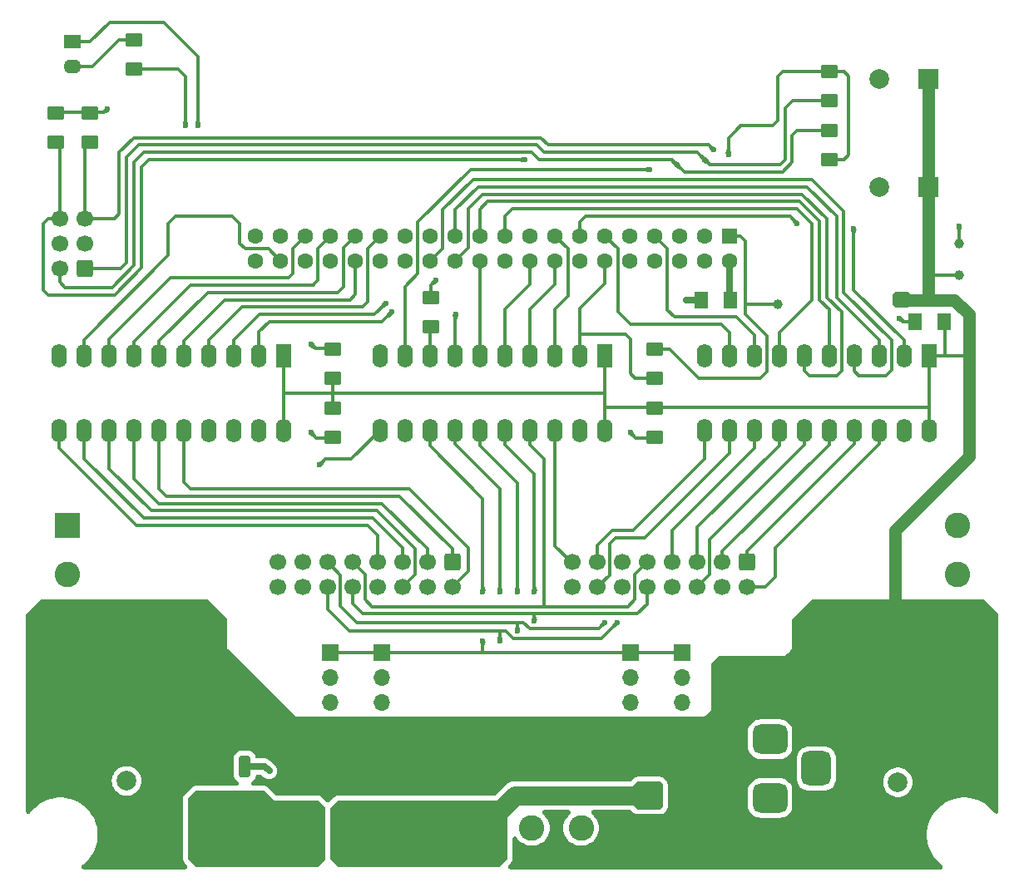
<source format=gbr>
%TF.GenerationSoftware,KiCad,Pcbnew,8.0.8*%
%TF.CreationDate,2025-02-10T11:59:03+01:00*%
%TF.ProjectId,HUB75Adapter,48554237-3541-4646-9170-7465722e6b69,V1.0*%
%TF.SameCoordinates,Original*%
%TF.FileFunction,Copper,L1,Top*%
%TF.FilePolarity,Positive*%
%FSLAX46Y46*%
G04 Gerber Fmt 4.6, Leading zero omitted, Abs format (unit mm)*
G04 Created by KiCad (PCBNEW 8.0.8) date 2025-02-10 11:59:03*
%MOMM*%
%LPD*%
G01*
G04 APERTURE LIST*
G04 Aperture macros list*
%AMRoundRect*
0 Rectangle with rounded corners*
0 $1 Rounding radius*
0 $2 $3 $4 $5 $6 $7 $8 $9 X,Y pos of 4 corners*
0 Add a 4 corners polygon primitive as box body*
4,1,4,$2,$3,$4,$5,$6,$7,$8,$9,$2,$3,0*
0 Add four circle primitives for the rounded corners*
1,1,$1+$1,$2,$3*
1,1,$1+$1,$4,$5*
1,1,$1+$1,$6,$7*
1,1,$1+$1,$8,$9*
0 Add four rect primitives between the rounded corners*
20,1,$1+$1,$2,$3,$4,$5,0*
20,1,$1+$1,$4,$5,$6,$7,0*
20,1,$1+$1,$6,$7,$8,$9,0*
20,1,$1+$1,$8,$9,$2,$3,0*%
G04 Aperture macros list end*
%TA.AperFunction,ComponentPad*%
%ADD10RoundRect,0.750000X1.000000X-0.750000X1.000000X0.750000X-1.000000X0.750000X-1.000000X-0.750000X0*%
%TD*%
%TA.AperFunction,ComponentPad*%
%ADD11RoundRect,0.750000X0.750000X-1.000000X0.750000X1.000000X-0.750000X1.000000X-0.750000X-1.000000X0*%
%TD*%
%TA.AperFunction,SMDPad,CuDef*%
%ADD12RoundRect,0.250001X0.624999X-0.462499X0.624999X0.462499X-0.624999X0.462499X-0.624999X-0.462499X0*%
%TD*%
%TA.AperFunction,SMDPad,CuDef*%
%ADD13RoundRect,0.250001X0.462499X0.624999X-0.462499X0.624999X-0.462499X-0.624999X0.462499X-0.624999X0*%
%TD*%
%TA.AperFunction,SMDPad,CuDef*%
%ADD14RoundRect,0.250001X-0.624999X0.462499X-0.624999X-0.462499X0.624999X-0.462499X0.624999X0.462499X0*%
%TD*%
%TA.AperFunction,SMDPad,CuDef*%
%ADD15RoundRect,0.250001X-0.462499X-0.624999X0.462499X-0.624999X0.462499X0.624999X-0.462499X0.624999X0*%
%TD*%
%TA.AperFunction,SMDPad,CuDef*%
%ADD16C,1.000000*%
%TD*%
%TA.AperFunction,SMDPad,CuDef*%
%ADD17RoundRect,0.250000X-0.350000X0.850000X-0.350000X-0.850000X0.350000X-0.850000X0.350000X0.850000X0*%
%TD*%
%TA.AperFunction,SMDPad,CuDef*%
%ADD18RoundRect,0.250000X-2.650000X2.950000X-2.650000X-2.950000X2.650000X-2.950000X2.650000X2.950000X0*%
%TD*%
%TA.AperFunction,ComponentPad*%
%ADD19RoundRect,0.250000X-0.600000X0.600000X-0.600000X-0.600000X0.600000X-0.600000X0.600000X0.600000X0*%
%TD*%
%TA.AperFunction,ComponentPad*%
%ADD20C,1.700000*%
%TD*%
%TA.AperFunction,ComponentPad*%
%ADD21R,1.700000X1.700000*%
%TD*%
%TA.AperFunction,ComponentPad*%
%ADD22O,1.700000X1.700000*%
%TD*%
%TA.AperFunction,ComponentPad*%
%ADD23R,2.000000X2.000000*%
%TD*%
%TA.AperFunction,ComponentPad*%
%ADD24C,2.000000*%
%TD*%
%TA.AperFunction,ComponentPad*%
%ADD25R,1.600000X2.400000*%
%TD*%
%TA.AperFunction,ComponentPad*%
%ADD26O,1.600000X2.400000*%
%TD*%
%TA.AperFunction,SMDPad,CuDef*%
%ADD27R,4.240000X3.810000*%
%TD*%
%TA.AperFunction,ComponentPad*%
%ADD28RoundRect,0.250000X0.600000X0.600000X-0.600000X0.600000X-0.600000X-0.600000X0.600000X-0.600000X0*%
%TD*%
%TA.AperFunction,ComponentPad*%
%ADD29R,2.600000X2.600000*%
%TD*%
%TA.AperFunction,ComponentPad*%
%ADD30C,2.600000*%
%TD*%
%TA.AperFunction,ComponentPad*%
%ADD31R,1.800000X1.400000*%
%TD*%
%TA.AperFunction,ComponentPad*%
%ADD32O,1.800000X1.400000*%
%TD*%
%TA.AperFunction,ComponentPad*%
%ADD33R,1.600000X1.508000*%
%TD*%
%TA.AperFunction,ComponentPad*%
%ADD34C,1.600000*%
%TD*%
%TA.AperFunction,ViaPad*%
%ADD35C,0.600000*%
%TD*%
%TA.AperFunction,Conductor*%
%ADD36C,0.317500*%
%TD*%
%TA.AperFunction,Conductor*%
%ADD37C,1.905000*%
%TD*%
%TA.AperFunction,Conductor*%
%ADD38C,1.270000*%
%TD*%
%TA.AperFunction,Conductor*%
%ADD39C,0.635000*%
%TD*%
G04 APERTURE END LIST*
D10*
%TO.P,J1,1*%
%TO.N,Net-(J2-Pin_1)*%
X126250000Y-129250000D03*
%TO.P,J1,2*%
%TO.N,GND*%
X126250000Y-135250000D03*
D11*
%TO.P,J1,3*%
%TO.N,N/C*%
X130950000Y-132250000D03*
%TD*%
D12*
%TO.P,C6,2*%
%TO.N,GND*%
X81750000Y-89512500D03*
%TO.P,C6,1*%
%TO.N,+5V*%
X81750000Y-92487500D03*
%TD*%
D13*
%TO.P,C9,2*%
%TO.N,GND*%
X141012500Y-86750000D03*
%TO.P,C9,1*%
%TO.N,+5V*%
X143987500Y-86750000D03*
%TD*%
D14*
%TO.P,C8,2*%
%TO.N,GND*%
X114470000Y-98487500D03*
%TO.P,C8,1*%
%TO.N,+5V*%
X114470000Y-95512500D03*
%TD*%
%TO.P,C7,2*%
%TO.N,GND*%
X81750000Y-98487500D03*
%TO.P,C7,1*%
%TO.N,+5V*%
X81750000Y-95512500D03*
%TD*%
%TO.P,C3,2*%
%TO.N,+3.3V_1*%
X53500000Y-68487500D03*
%TO.P,C3,1*%
%TO.N,GND*%
X53500000Y-65512500D03*
%TD*%
D15*
%TO.P,C2,2*%
%TO.N,+5V*%
X122237500Y-84500000D03*
%TO.P,C2,1*%
%TO.N,GND*%
X119262500Y-84500000D03*
%TD*%
D12*
%TO.P,C1,2*%
%TO.N,GND*%
X57000000Y-65512500D03*
%TO.P,C1,1*%
%TO.N,+5V*%
X57000000Y-68487500D03*
%TD*%
%TO.P,R1,2*%
%TO.N,+3.3V_2*%
X132250000Y-61262500D03*
%TO.P,R1,1*%
%TO.N,SDA*%
X132250000Y-64237500D03*
%TD*%
D14*
%TO.P,R2,2*%
%TO.N,+3.3V_2*%
X132250000Y-70237500D03*
%TO.P,R2,1*%
%TO.N,SCL*%
X132250000Y-67262500D03*
%TD*%
D16*
%TO.P,TP3,1,1*%
%TO.N,+3.3V_2*%
X127000000Y-85000000D03*
%TD*%
%TO.P,TP2,1,1*%
%TO.N,GND*%
X145500000Y-78750000D03*
%TD*%
%TO.P,TP1,1,1*%
%TO.N,+5V*%
X145500000Y-82000000D03*
%TD*%
D17*
%TO.P,Q1,1,G*%
%TO.N,GND*%
X72780000Y-132050000D03*
D18*
%TO.P,Q1,2,D*%
%TO.N,Net-(Q1-D)*%
X70500000Y-138350000D03*
D17*
%TO.P,Q1,3,S*%
%TO.N,+5V*%
X68220000Y-132050000D03*
%TD*%
D19*
%TO.P,J6,1,Pin_1*%
%TO.N,BUF_P0_R1*%
X123890000Y-111247500D03*
D20*
%TO.P,J6,2,Pin_2*%
%TO.N,BUF_P0_G1*%
X123890000Y-113787500D03*
%TO.P,J6,3,Pin_3*%
%TO.N,BUF_P0_B1*%
X121350000Y-111247500D03*
%TO.P,J6,4,Pin_4*%
%TO.N,Net-(J6-Pin_4)*%
X121350000Y-113787500D03*
%TO.P,J6,5,Pin_5*%
%TO.N,BUF_P0_R2*%
X118810000Y-111247500D03*
%TO.P,J6,6,Pin_6*%
%TO.N,BUF_P0_G2*%
X118810000Y-113787500D03*
%TO.P,J6,7,Pin_7*%
%TO.N,BUF_P0_B2*%
X116270000Y-111247500D03*
%TO.P,J6,8,Pin_8*%
%TO.N,Net-(J6-Pin_8)*%
X116270000Y-113787500D03*
%TO.P,J6,9,Pin_9*%
%TO.N,BUF_ROW_A*%
X113730000Y-111247500D03*
%TO.P,J6,10,Pin_10*%
%TO.N,BUF_ROW_B*%
X113730000Y-113787500D03*
%TO.P,J6,11,Pin_11*%
%TO.N,BUF_ROW_C*%
X111190000Y-111247500D03*
%TO.P,J6,12,Pin_12*%
%TO.N,BUF_ROW_D*%
X111190000Y-113787500D03*
%TO.P,J6,13,Pin_13*%
%TO.N,BUF_P0_CLOCK*%
X108650000Y-111247500D03*
%TO.P,J6,14,Pin_14*%
%TO.N,BUF_P0_STROBE*%
X108650000Y-113787500D03*
%TO.P,J6,15,Pin_15*%
%TO.N,BUF_P0_OE*%
X106110000Y-111247500D03*
%TO.P,J6,16,Pin_16*%
%TO.N,GND*%
X106110000Y-113787500D03*
%TD*%
D21*
%TO.P,J10,1*%
%TO.N,BUF_ROW_E*%
X86750000Y-120475000D03*
D22*
%TO.P,J10,2*%
%TO.N,Net-(J7-Pin_4)*%
X86750000Y-123015000D03*
%TO.P,J10,3*%
%TO.N,GND*%
X86750000Y-125555000D03*
%TD*%
D23*
%TO.P,C4,1*%
%TO.N,+5V*%
X142367677Y-73000000D03*
D24*
%TO.P,C4,2*%
%TO.N,GND*%
X137367677Y-73000000D03*
%TD*%
D25*
%TO.P,U3,1,A->B*%
%TO.N,+5V*%
X109395000Y-90175000D03*
D26*
%TO.P,U3,2,A0*%
%TO.N,OE*%
X106855000Y-90175000D03*
%TO.P,U3,3,A1*%
%TO.N,ROW_A*%
X104315000Y-90175000D03*
%TO.P,U3,4,A2*%
%TO.N,ROW_B*%
X101775000Y-90175000D03*
%TO.P,U3,5,A3*%
%TO.N,ROW_C*%
X99235000Y-90175000D03*
%TO.P,U3,6,A4*%
%TO.N,ROW_D*%
X96695000Y-90175000D03*
%TO.P,U3,7,A5*%
%TO.N,ROW_E*%
X94155000Y-90175000D03*
%TO.P,U3,8,A6*%
%TO.N,Net-(U3-A6)*%
X91615000Y-90175000D03*
%TO.P,U3,9,A7*%
%TO.N,STROBE*%
X89075000Y-90175000D03*
%TO.P,U3,10,GND*%
%TO.N,GND*%
X86535000Y-90175000D03*
%TO.P,U3,11,B7*%
%TO.N,BUF_P1_STROBE*%
X86535000Y-97795000D03*
%TO.P,U3,12,B6*%
%TO.N,unconnected-(U3-B6-Pad12)*%
X89075000Y-97795000D03*
%TO.P,U3,13,B5*%
%TO.N,BUF_ROW_E*%
X91615000Y-97795000D03*
%TO.P,U3,14,B4*%
%TO.N,BUF_ROW_D*%
X94155000Y-97795000D03*
%TO.P,U3,15,B3*%
%TO.N,BUF_ROW_C*%
X96695000Y-97795000D03*
%TO.P,U3,16,B2*%
%TO.N,BUF_ROW_B*%
X99235000Y-97795000D03*
%TO.P,U3,17,B1*%
%TO.N,BUF_ROW_A*%
X101775000Y-97795000D03*
%TO.P,U3,18,B0*%
%TO.N,BUF_P0_OE*%
X104315000Y-97795000D03*
%TO.P,U3,19,CE*%
%TO.N,GND*%
X106855000Y-97795000D03*
%TO.P,U3,20,VCC*%
%TO.N,+5V*%
X109395000Y-97795000D03*
%TD*%
D21*
%TO.P,J8,1*%
%TO.N,BUF_ROW_E*%
X117250000Y-120475000D03*
D22*
%TO.P,J8,2*%
%TO.N,Net-(J6-Pin_4)*%
X117250000Y-123015000D03*
%TO.P,J8,3*%
%TO.N,GND*%
X117250000Y-125555000D03*
%TD*%
D21*
%TO.P,J9,1*%
%TO.N,BUF_ROW_E*%
X112000000Y-120475000D03*
D22*
%TO.P,J9,2*%
%TO.N,Net-(J6-Pin_8)*%
X112000000Y-123015000D03*
%TO.P,J9,3*%
%TO.N,GND*%
X112000000Y-125555000D03*
%TD*%
D27*
%TO.P,F1,1*%
%TO.N,Net-(J2-Pin_1)*%
X84185000Y-138250000D03*
%TO.P,F1,2*%
%TO.N,Net-(Q1-D)*%
X77815000Y-138250000D03*
%TD*%
D28*
%TO.P,J3,1,Pin_1*%
%TO.N,SDA*%
X56502500Y-81330000D03*
D20*
%TO.P,J3,2,Pin_2*%
%TO.N,SCL*%
X53962500Y-81330000D03*
%TO.P,J3,3,Pin_3*%
%TO.N,GND*%
X56502500Y-78790000D03*
%TO.P,J3,4,Pin_4*%
X53962500Y-78790000D03*
%TO.P,J3,5,Pin_5*%
%TO.N,+5V*%
X56502500Y-76250000D03*
%TO.P,J3,6,Pin_6*%
%TO.N,+3.3V_1*%
X53962500Y-76250000D03*
%TD*%
D23*
%TO.P,C5,1*%
%TO.N,+5V*%
X142367677Y-62000000D03*
D24*
%TO.P,C5,2*%
%TO.N,GND*%
X137367677Y-62000000D03*
%TD*%
D21*
%TO.P,J11,1*%
%TO.N,BUF_ROW_E*%
X81500000Y-120475000D03*
D22*
%TO.P,J11,2*%
%TO.N,Net-(J7-Pin_8)*%
X81500000Y-123015000D03*
%TO.P,J11,3*%
%TO.N,GND*%
X81500000Y-125555000D03*
%TD*%
D29*
%TO.P,J5,1,Pin_1*%
%TO.N,GND*%
X54695000Y-107500000D03*
D30*
%TO.P,J5,2,Pin_2*%
X54695000Y-112500000D03*
%TO.P,J5,3,Pin_3*%
%TO.N,+5V*%
X54695000Y-117500000D03*
%TO.P,J5,4,Pin_4*%
X54695000Y-122500000D03*
%TD*%
D19*
%TO.P,J7,1,Pin_1*%
%TO.N,BUF_P1_R1*%
X93890000Y-111247500D03*
D20*
%TO.P,J7,2,Pin_2*%
%TO.N,BUF_P1_G1*%
X93890000Y-113787500D03*
%TO.P,J7,3,Pin_3*%
%TO.N,BUF_P1_B1*%
X91350000Y-111247500D03*
%TO.P,J7,4,Pin_4*%
%TO.N,Net-(J7-Pin_4)*%
X91350000Y-113787500D03*
%TO.P,J7,5,Pin_5*%
%TO.N,BUF_P1_R2*%
X88810000Y-111247500D03*
%TO.P,J7,6,Pin_6*%
%TO.N,BUF_P1_G2*%
X88810000Y-113787500D03*
%TO.P,J7,7,Pin_7*%
%TO.N,BUF_P1_B2*%
X86270000Y-111247500D03*
%TO.P,J7,8,Pin_8*%
%TO.N,Net-(J7-Pin_8)*%
X86270000Y-113787500D03*
%TO.P,J7,9,Pin_9*%
%TO.N,BUF_ROW_A*%
X83730000Y-111247500D03*
%TO.P,J7,10,Pin_10*%
%TO.N,BUF_ROW_B*%
X83730000Y-113787500D03*
%TO.P,J7,11,Pin_11*%
%TO.N,BUF_ROW_C*%
X81190000Y-111247500D03*
%TO.P,J7,12,Pin_12*%
%TO.N,BUF_ROW_D*%
X81190000Y-113787500D03*
%TO.P,J7,13,Pin_13*%
%TO.N,BUF_P1_CLOCK*%
X78650000Y-111247500D03*
%TO.P,J7,14,Pin_14*%
%TO.N,BUF_P1_STROBE*%
X78650000Y-113787500D03*
%TO.P,J7,15,Pin_15*%
%TO.N,BUF_P1_OE*%
X76110000Y-111247500D03*
%TO.P,J7,16,Pin_16*%
%TO.N,GND*%
X76110000Y-113787500D03*
%TD*%
D25*
%TO.P,U2,1,A->B*%
%TO.N,+5V*%
X76750000Y-90175000D03*
D26*
%TO.P,U2,2,A0*%
%TO.N,CLOCK*%
X74210000Y-90175000D03*
%TO.P,U2,3,A1*%
%TO.N,OE*%
X71670000Y-90175000D03*
%TO.P,U2,4,A2*%
%TO.N,P1_G1*%
X69130000Y-90175000D03*
%TO.P,U2,5,A3*%
%TO.N,P1_R1*%
X66590000Y-90175000D03*
%TO.P,U2,6,A4*%
%TO.N,P1_B1*%
X64050000Y-90175000D03*
%TO.P,U2,7,A5*%
%TO.N,P1_G2*%
X61510000Y-90175000D03*
%TO.P,U2,8,A6*%
%TO.N,P1_R2*%
X58970000Y-90175000D03*
%TO.P,U2,9,A7*%
%TO.N,P1_B2*%
X56430000Y-90175000D03*
%TO.P,U2,10,GND*%
%TO.N,GND*%
X53890000Y-90175000D03*
%TO.P,U2,11,B7*%
%TO.N,BUF_P1_B2*%
X53890000Y-97795000D03*
%TO.P,U2,12,B6*%
%TO.N,BUF_P1_R2*%
X56430000Y-97795000D03*
%TO.P,U2,13,B5*%
%TO.N,BUF_P1_G2*%
X58970000Y-97795000D03*
%TO.P,U2,14,B4*%
%TO.N,BUF_P1_B1*%
X61510000Y-97795000D03*
%TO.P,U2,15,B3*%
%TO.N,BUF_P1_R1*%
X64050000Y-97795000D03*
%TO.P,U2,16,B2*%
%TO.N,BUF_P1_G1*%
X66590000Y-97795000D03*
%TO.P,U2,17,B1*%
%TO.N,BUF_P1_OE*%
X69130000Y-97795000D03*
%TO.P,U2,18,B0*%
%TO.N,BUF_P1_CLOCK*%
X71670000Y-97795000D03*
%TO.P,U2,19,CE*%
%TO.N,GND*%
X74210000Y-97795000D03*
%TO.P,U2,20,VCC*%
%TO.N,+5V*%
X76750000Y-97795000D03*
%TD*%
D31*
%TO.P,LED1,1,KA*%
%TO.N,LED2*%
X55250000Y-58225000D03*
D32*
%TO.P,LED1,2,AK*%
%TO.N,Net-(LED1-AK)*%
X55250000Y-60765000D03*
%TD*%
D25*
%TO.P,U4,1,A->B*%
%TO.N,+5V*%
X142395000Y-90175000D03*
D26*
%TO.P,U4,2,A0*%
%TO.N,P0_G1*%
X139855000Y-90175000D03*
%TO.P,U4,3,A1*%
%TO.N,P0_R1*%
X137315000Y-90175000D03*
%TO.P,U4,4,A2*%
%TO.N,P0_B1*%
X134775000Y-90175000D03*
%TO.P,U4,5,A3*%
%TO.N,P0_G2*%
X132235000Y-90175000D03*
%TO.P,U4,6,A4*%
%TO.N,P0_R2*%
X129695000Y-90175000D03*
%TO.P,U4,7,A5*%
%TO.N,P0_B2*%
X127155000Y-90175000D03*
%TO.P,U4,8,A6*%
%TO.N,STROBE*%
X124615000Y-90175000D03*
%TO.P,U4,9,A7*%
%TO.N,CLOCK*%
X122075000Y-90175000D03*
%TO.P,U4,10,GND*%
%TO.N,GND*%
X119535000Y-90175000D03*
%TO.P,U4,11,B7*%
%TO.N,BUF_P0_CLOCK*%
X119535000Y-97795000D03*
%TO.P,U4,12,B6*%
%TO.N,BUF_P0_STROBE*%
X122075000Y-97795000D03*
%TO.P,U4,13,B5*%
%TO.N,BUF_P0_B2*%
X124615000Y-97795000D03*
%TO.P,U4,14,B4*%
%TO.N,BUF_P0_R2*%
X127155000Y-97795000D03*
%TO.P,U4,15,B3*%
%TO.N,BUF_P0_G2*%
X129695000Y-97795000D03*
%TO.P,U4,16,B2*%
%TO.N,BUF_P0_B1*%
X132235000Y-97795000D03*
%TO.P,U4,17,B1*%
%TO.N,BUF_P0_R1*%
X134775000Y-97795000D03*
%TO.P,U4,18,B0*%
%TO.N,BUF_P0_G1*%
X137315000Y-97795000D03*
%TO.P,U4,19,CE*%
%TO.N,GND*%
X139855000Y-97795000D03*
%TO.P,U4,20,VCC*%
%TO.N,+5V*%
X142395000Y-97795000D03*
%TD*%
D29*
%TO.P,J4,1,Pin_1*%
%TO.N,+5V*%
X145305000Y-122500000D03*
D30*
%TO.P,J4,2,Pin_2*%
X145305000Y-117500000D03*
%TO.P,J4,3,Pin_3*%
%TO.N,GND*%
X145305000Y-112500000D03*
%TO.P,J4,4,Pin_4*%
X145305000Y-107500000D03*
%TD*%
D29*
%TO.P,J2,1,Pin_1*%
%TO.N,Net-(J2-Pin_1)*%
X92000000Y-138305000D03*
D30*
%TO.P,J2,2,Pin_2*%
X97000000Y-138305000D03*
%TO.P,J2,3,Pin_3*%
%TO.N,GND*%
X102000000Y-138305000D03*
%TO.P,J2,4,Pin_4*%
X107000000Y-138305000D03*
%TD*%
D14*
%TO.P,R4,2*%
%TO.N,OE*%
X114500000Y-92487500D03*
%TO.P,R4,1*%
%TO.N,+3.3V_2*%
X114500000Y-89512500D03*
%TD*%
D12*
%TO.P,R5,2*%
%TO.N,GND*%
X91750000Y-84262500D03*
%TO.P,R5,1*%
%TO.N,Net-(U3-A6)*%
X91750000Y-87237500D03*
%TD*%
D23*
%TO.P,C11,1*%
%TO.N,+5V*%
X60750000Y-128500000D03*
D24*
%TO.P,C11,2*%
%TO.N,GND*%
X60750000Y-133500000D03*
%TD*%
D23*
%TO.P,C10,1*%
%TO.N,+5V*%
X139250000Y-128632323D03*
D24*
%TO.P,C10,2*%
%TO.N,GND*%
X139250000Y-133632323D03*
%TD*%
D12*
%TO.P,R3,2*%
%TO.N,Net-(LED1-AK)*%
X61500000Y-58012500D03*
%TO.P,R3,1*%
%TO.N,LED1*%
X61500000Y-60987500D03*
%TD*%
D33*
%TO.P,U1,1,3V3_1*%
%TO.N,+3.3V_2*%
X122130000Y-78000000D03*
D34*
%TO.P,U1,2,5V_2*%
%TO.N,+5V*%
X122130000Y-80540000D03*
%TO.P,U1,3,GPIO2/SDA1*%
%TO.N,SDA*%
X119590000Y-78000000D03*
%TO.P,U1,4,5V_4*%
%TO.N,+5V*%
X119590000Y-80540000D03*
%TO.P,U1,5,GPIO3/SCL*%
%TO.N,SCL*%
X117050000Y-78000000D03*
%TO.P,U1,6,GND_6*%
%TO.N,GND*%
X117050000Y-80540000D03*
%TO.P,U1,7,GPIO4/GPIO_GCLK*%
%TO.N,STROBE*%
X114510000Y-78000000D03*
%TO.P,U1,8,GPIO14/TXD0*%
%TO.N,unconnected-(U1-GPIO14{slash}TXD0-Pad8)*%
X114510000Y-80540000D03*
%TO.P,U1,9,GND_9*%
%TO.N,GND*%
X111970000Y-78000000D03*
%TO.P,U1,10,GPIO15/RXD0*%
%TO.N,ROW_E*%
X111970000Y-80540000D03*
%TO.P,U1,11,GPIO17/GPIO_GEN0*%
%TO.N,CLOCK*%
X109430000Y-78000000D03*
%TO.P,U1,12,GPIO18/GPIO_GEN1*%
%TO.N,OE*%
X109430000Y-80540000D03*
%TO.P,U1,13,GPIO27/GPIO_GEN2*%
%TO.N,P0_G1*%
X106890000Y-78000000D03*
%TO.P,U1,14,GND_14*%
%TO.N,GND*%
X106890000Y-80540000D03*
%TO.P,U1,15,GPIO22/GPIO_GEN3*%
%TO.N,ROW_A*%
X104350000Y-78000000D03*
%TO.P,U1,16,GPIO23/GPIO_GEN4*%
%TO.N,ROW_B*%
X104350000Y-80540000D03*
%TO.P,U1,17,3V3_17*%
%TO.N,+3.3V_1*%
X101810000Y-78000000D03*
%TO.P,U1,18,GPIO24/GPIO_GEN5*%
%TO.N,ROW_C*%
X101810000Y-80540000D03*
%TO.P,U1,19,GPIO10/SPI_MOSI*%
%TO.N,P0_B2*%
X99270000Y-78000000D03*
%TO.P,U1,20,GND_20*%
%TO.N,GND*%
X99270000Y-80540000D03*
%TO.P,U1,21,GPIO9/SPI_MISO*%
%TO.N,P0_G2*%
X96730000Y-78000000D03*
%TO.P,U1,22,GPIO25/GPIO_GEN6*%
%TO.N,ROW_D*%
X96730000Y-80540000D03*
%TO.P,U1,23,GPIO11/SPI_SCLK*%
%TO.N,P0_R1*%
X94190000Y-78000000D03*
%TO.P,U1,24,GPIO8/SPI_~{CE0}*%
%TO.N,P0_R2*%
X94190000Y-80540000D03*
%TO.P,U1,25,GND_25*%
%TO.N,GND*%
X91650000Y-78000000D03*
%TO.P,U1,26,GPIO7/SPI_~{CE1}*%
%TO.N,P0_B1*%
X91650000Y-80540000D03*
%TO.P,U1,27,ID_SD*%
%TO.N,unconnected-(U1-ID_SD-Pad27)*%
X89110000Y-78000000D03*
%TO.P,U1,28,ID_SC*%
%TO.N,unconnected-(U1-ID_SC-Pad28)*%
X89110000Y-80540000D03*
%TO.P,U1,29,GPIO5*%
%TO.N,P1_G1*%
X86570000Y-78000000D03*
%TO.P,U1,30,GND_30*%
%TO.N,GND*%
X86570000Y-80540000D03*
%TO.P,U1,31,GPIO6*%
%TO.N,P1_B1*%
X84030000Y-78000000D03*
%TO.P,U1,32,GPIO12*%
%TO.N,P1_R1*%
X84030000Y-80540000D03*
%TO.P,U1,33,GPIO13*%
%TO.N,P1_G2*%
X81490000Y-78000000D03*
%TO.P,U1,34,GND_34*%
%TO.N,GND*%
X81490000Y-80540000D03*
%TO.P,U1,35,GPIO19*%
%TO.N,P1_R2*%
X78950000Y-78000000D03*
%TO.P,U1,36,GPIO16*%
%TO.N,LED2*%
X78950000Y-80540000D03*
%TO.P,U1,37,GPIO26*%
%TO.N,LED1*%
X76410000Y-78000000D03*
%TO.P,U1,38,GPIO20*%
%TO.N,P1_B2*%
X76410000Y-80540000D03*
%TO.P,U1,39,GND_39*%
%TO.N,GND*%
X73870000Y-78000000D03*
%TO.P,U1,40,GPIO21*%
%TO.N,unconnected-(U1-GPIO21-Pad40)*%
X73870000Y-80540000D03*
%TD*%
D35*
%TO.N,+3.3V_2*%
X122000000Y-69750000D03*
%TO.N,+5V*%
X120500000Y-69250000D03*
%TO.N,+3.3V_1*%
X101250000Y-70250000D03*
%TO.N,Net-(J2-Pin_1)*%
X113100000Y-135800000D03*
X113100000Y-135000000D03*
X113100000Y-134200000D03*
X114700000Y-135800000D03*
X114700000Y-135000000D03*
X114700000Y-134200000D03*
X113900000Y-134200000D03*
X113900000Y-135800000D03*
X113900000Y-135000000D03*
%TO.N,GND*%
X58800000Y-65100000D03*
X145500000Y-77000000D03*
X92250000Y-82500000D03*
X139400000Y-86400000D03*
X112000000Y-98000000D03*
X79500000Y-89000000D03*
X117750000Y-84500000D03*
X79500000Y-98000000D03*
X75250000Y-132500000D03*
%TO.N,+5V*%
X140000000Y-84125000D03*
X140000000Y-84875000D03*
X139250000Y-84125000D03*
X139250000Y-84875000D03*
%TO.N,BUF_ROW_B*%
X102250000Y-117250000D03*
X102250000Y-114250000D03*
%TO.N,BUF_ROW_C*%
X109400000Y-117400000D03*
X100500000Y-118250000D03*
X100500000Y-114250000D03*
%TO.N,BUF_ROW_D*%
X98750000Y-114250000D03*
X98750000Y-119250000D03*
X110700000Y-117400000D03*
%TO.N,BUF_ROW_E*%
X97000000Y-114250000D03*
X97000000Y-119250000D03*
%TO.N,BUF_P1_STROBE*%
X80400000Y-101300000D03*
%TO.N,OE*%
X87125000Y-84875000D03*
%TO.N,CLOCK*%
X87750000Y-85750000D03*
%TO.N,ROW_E*%
X94250000Y-86000000D03*
%TO.N,STROBE*%
X114000000Y-71250000D03*
%TO.N,P0_G1*%
X129000000Y-76750000D03*
X134750000Y-77250000D03*
%TO.N,SDA*%
X119590000Y-70250000D03*
%TO.N,SCL*%
X116750000Y-70750000D03*
%TO.N,LED1*%
X66750000Y-66750000D03*
%TO.N,LED2*%
X68000000Y-66750000D03*
%TD*%
D36*
%TO.N,+3.3V_2*%
X122000000Y-68000000D02*
X122000000Y-69750000D01*
X122750000Y-67250000D02*
X122000000Y-68000000D01*
%TO.N,+5V*%
X120500000Y-69250000D02*
X120000000Y-68750000D01*
X119750000Y-68750000D02*
X103625000Y-68750000D01*
X120000000Y-68750000D02*
X119750000Y-68750000D01*
%TO.N,+3.3V_2*%
X123750000Y-86000000D02*
X123750000Y-85000000D01*
X123750000Y-85000000D02*
X123750000Y-78500000D01*
X127000000Y-85000000D02*
X123750000Y-85000000D01*
X123750000Y-86000000D02*
X125900000Y-88150000D01*
X125900000Y-91850000D02*
X125250000Y-92500000D01*
X125900000Y-88150000D02*
X125900000Y-91850000D01*
X125250000Y-92500000D02*
X119000000Y-92500000D01*
X116012500Y-89512500D02*
X114500000Y-89512500D01*
X119000000Y-92500000D02*
X116012500Y-89512500D01*
X122130000Y-78000000D02*
X123250000Y-78000000D01*
X123250000Y-78000000D02*
X123750000Y-78500000D01*
%TO.N,LED1*%
X66750000Y-66750000D02*
X66750000Y-61750000D01*
X66750000Y-61750000D02*
X65987500Y-60987500D01*
X65987500Y-60987500D02*
X61500000Y-60987500D01*
%TO.N,LED2*%
X55250000Y-58225000D02*
X57025000Y-58225000D01*
X68000000Y-59750000D02*
X68000000Y-66750000D01*
X57025000Y-58225000D02*
X59000000Y-56250000D01*
X64500000Y-56250000D02*
X68000000Y-59750000D01*
X59000000Y-56250000D02*
X64500000Y-56250000D01*
%TO.N,Net-(LED1-AK)*%
X55250000Y-60765000D02*
X57235000Y-60765000D01*
X57235000Y-60765000D02*
X59987500Y-58012500D01*
X59987500Y-58012500D02*
X61500000Y-58012500D01*
D37*
%TO.N,Net-(J2-Pin_1)*%
X113900000Y-135000000D02*
X100305000Y-135000000D01*
X100305000Y-135000000D02*
X97000000Y-138305000D01*
D38*
%TO.N,+5V*%
X142367677Y-73000000D02*
X142367677Y-82000000D01*
X142367677Y-82000000D02*
X142367677Y-84467677D01*
D36*
X145500000Y-82000000D02*
X142367677Y-82000000D01*
D38*
X142367677Y-62000000D02*
X142367677Y-73000000D01*
X139625000Y-84500000D02*
X142400000Y-84500000D01*
X142400000Y-84500000D02*
X145000000Y-84500000D01*
X142367677Y-84467677D02*
X142400000Y-84500000D01*
X146500000Y-86000000D02*
X146500000Y-90250000D01*
X145000000Y-84500000D02*
X146500000Y-86000000D01*
D36*
%TO.N,+3.3V_2*%
X132250000Y-61262500D02*
X127487500Y-61262500D01*
X127487500Y-61262500D02*
X127000000Y-61750000D01*
X127000000Y-61750000D02*
X127000000Y-66250000D01*
X127000000Y-66250000D02*
X126500000Y-66750000D01*
X126500000Y-66750000D02*
X123250000Y-66750000D01*
X123250000Y-66750000D02*
X122750000Y-67250000D01*
X132250000Y-70237500D02*
X133762500Y-70237500D01*
X133762500Y-70237500D02*
X134250000Y-69750000D01*
X134250000Y-69750000D02*
X134250000Y-61750000D01*
X134250000Y-61750000D02*
X133762500Y-61262500D01*
X133762500Y-61262500D02*
X132250000Y-61262500D01*
%TO.N,SDA*%
X119590000Y-70250000D02*
X120090000Y-70750000D01*
X127250000Y-70750000D02*
X127750000Y-70250000D01*
X120090000Y-70750000D02*
X127250000Y-70750000D01*
X127750000Y-70250000D02*
X127750000Y-65000000D01*
X127750000Y-65000000D02*
X128512500Y-64237500D01*
X128512500Y-64237500D02*
X132250000Y-64237500D01*
%TO.N,SCL*%
X127500000Y-71500000D02*
X117500000Y-71500000D01*
X128987500Y-67262500D02*
X128500000Y-67750000D01*
X128500000Y-67750000D02*
X128500000Y-70500000D01*
X132250000Y-67262500D02*
X128987500Y-67262500D01*
X128500000Y-70500000D02*
X127500000Y-71500000D01*
X117500000Y-71500000D02*
X116750000Y-70750000D01*
%TO.N,SDA*%
X118840000Y-69500000D02*
X103250000Y-69500000D01*
X102500000Y-68750000D02*
X62000000Y-68750000D01*
X119590000Y-70250000D02*
X118840000Y-69500000D01*
X103250000Y-69500000D02*
X102500000Y-68750000D01*
X62000000Y-68750000D02*
X60750000Y-70000000D01*
X60750000Y-70000000D02*
X60750000Y-80750000D01*
X60170000Y-81330000D02*
X56502500Y-81330000D01*
X60750000Y-80750000D02*
X60170000Y-81330000D01*
%TO.N,GND*%
X57000000Y-65437500D02*
X58462500Y-65437500D01*
X58462500Y-65437500D02*
X58800000Y-65100000D01*
X53500000Y-65437500D02*
X57000000Y-65437500D01*
X145500000Y-78750000D02*
X145500000Y-77000000D01*
%TO.N,+5V*%
X56502500Y-76250000D02*
X56502500Y-69060000D01*
X56502500Y-69060000D02*
X57000000Y-68562500D01*
%TO.N,+3.3V_1*%
X53962500Y-76250000D02*
X53962500Y-69025000D01*
X53962500Y-69025000D02*
X53500000Y-68562500D01*
%TO.N,+5V*%
X102875000Y-68000000D02*
X61500000Y-68000000D01*
X103625000Y-68750000D02*
X102875000Y-68000000D01*
X61500000Y-68000000D02*
X60000000Y-69500000D01*
X60000000Y-69500000D02*
X60000000Y-75750000D01*
X60000000Y-75750000D02*
X59500000Y-76250000D01*
X59500000Y-76250000D02*
X56502500Y-76250000D01*
%TO.N,+3.3V_1*%
X101250000Y-70250000D02*
X63000000Y-70250000D01*
X52750000Y-76250000D02*
X53962500Y-76250000D01*
X63000000Y-70250000D02*
X62250000Y-71000000D01*
X52250000Y-76750000D02*
X52750000Y-76250000D01*
X62250000Y-71000000D02*
X62250000Y-81250000D01*
X59500000Y-84000000D02*
X52750000Y-84000000D01*
X62250000Y-81250000D02*
X59500000Y-84000000D01*
X52750000Y-84000000D02*
X52250000Y-83500000D01*
X52250000Y-83500000D02*
X52250000Y-76750000D01*
%TO.N,SCL*%
X116750000Y-70750000D02*
X116250000Y-70250000D01*
X61500000Y-81000000D02*
X59250000Y-83250000D01*
X116250000Y-70250000D02*
X102750000Y-70250000D01*
X102750000Y-70250000D02*
X102000000Y-69500000D01*
X61500000Y-70500000D02*
X61500000Y-81000000D01*
X102000000Y-69500000D02*
X62500000Y-69500000D01*
X62500000Y-69500000D02*
X61500000Y-70500000D01*
X59250000Y-83250000D02*
X54500000Y-83250000D01*
X54500000Y-83250000D02*
X53962500Y-82712500D01*
X53962500Y-82712500D02*
X53962500Y-81330000D01*
%TO.N,BUF_P0_CLOCK*%
X119535000Y-97795000D02*
X119535000Y-100715000D01*
X119535000Y-100715000D02*
X112250000Y-108000000D01*
X112250000Y-108000000D02*
X110150000Y-108000000D01*
X110150000Y-108000000D02*
X108650000Y-109500000D01*
X108650000Y-109500000D02*
X108650000Y-111247500D01*
%TO.N,BUF_P0_STROBE*%
X122075000Y-97795000D02*
X122075000Y-100150000D01*
X110500000Y-108750000D02*
X109900000Y-109350000D01*
X122075000Y-100150000D02*
X113475000Y-108750000D01*
X109900000Y-112537500D02*
X108650000Y-113787500D01*
X113475000Y-108750000D02*
X110500000Y-108750000D01*
X109900000Y-109350000D02*
X109900000Y-112537500D01*
%TO.N,BUF_P0_B2*%
X116270000Y-111247500D02*
X116270000Y-107980000D01*
X124615000Y-99635000D02*
X124615000Y-97795000D01*
X116270000Y-107980000D02*
X124615000Y-99635000D01*
%TO.N,GND*%
X79937500Y-89437500D02*
X79500000Y-89000000D01*
X81750000Y-98562500D02*
X80062500Y-98562500D01*
D39*
X72780000Y-132050000D02*
X74800000Y-132050000D01*
D36*
X140937500Y-86750000D02*
X139750000Y-86750000D01*
X91750000Y-83000000D02*
X92250000Y-82500000D01*
X91750000Y-84262500D02*
X91750000Y-83000000D01*
D39*
X74800000Y-132050000D02*
X75250000Y-132500000D01*
D36*
X139750000Y-86750000D02*
X139400000Y-86400000D01*
X112562500Y-98562500D02*
X112000000Y-98000000D01*
X81750000Y-89437500D02*
X79937500Y-89437500D01*
X114470000Y-98562500D02*
X112562500Y-98562500D01*
D39*
X119187500Y-84500000D02*
X117750000Y-84500000D01*
D36*
X80062500Y-98562500D02*
X79500000Y-98000000D01*
%TO.N,+5V*%
X144000000Y-90175000D02*
X146425000Y-90175000D01*
X142395000Y-90175000D02*
X142395000Y-95500000D01*
D38*
X145000000Y-102000000D02*
X139000000Y-108000000D01*
D36*
X81750000Y-92562500D02*
X81750000Y-94000000D01*
X109395000Y-90175000D02*
X109395000Y-92500000D01*
X142395000Y-97795000D02*
X142395000Y-97895000D01*
D39*
X122130000Y-80540000D02*
X122130000Y-84317500D01*
D38*
X139000000Y-108000000D02*
X139000000Y-116500000D01*
X146500000Y-100500000D02*
X145000000Y-102000000D01*
D36*
X109395000Y-94000000D02*
X109395000Y-95500000D01*
X142395000Y-90175000D02*
X144000000Y-90175000D01*
X146425000Y-90175000D02*
X146500000Y-90250000D01*
X144062500Y-86750000D02*
X144062500Y-90112500D01*
X142332500Y-95437500D02*
X142395000Y-95500000D01*
X81750000Y-94000000D02*
X76750000Y-94000000D01*
X109457500Y-95437500D02*
X109395000Y-95500000D01*
X76750000Y-90175000D02*
X76750000Y-92400000D01*
X114470000Y-95437500D02*
X142332500Y-95437500D01*
X109395000Y-92500000D02*
X109395000Y-94000000D01*
X142395000Y-95500000D02*
X142395000Y-97795000D01*
X81750000Y-94000000D02*
X109395000Y-94000000D01*
X81750000Y-94000000D02*
X81750000Y-95437500D01*
X114470000Y-95437500D02*
X109457500Y-95437500D01*
D38*
X146500000Y-90250000D02*
X146500000Y-100500000D01*
D36*
X142395000Y-97895000D02*
X142562500Y-98062500D01*
X144062500Y-90112500D02*
X144000000Y-90175000D01*
X76750000Y-94000000D02*
X76750000Y-97795000D01*
X109395000Y-95500000D02*
X109395000Y-97795000D01*
X76750000Y-92400000D02*
X76750000Y-94000000D01*
D39*
X122130000Y-84317500D02*
X122312500Y-84500000D01*
D36*
%TO.N,BUF_P0_OE*%
X104315000Y-109565000D02*
X104315000Y-97795000D01*
X105997500Y-111247500D02*
X104315000Y-109565000D01*
X106110000Y-111247500D02*
X105997500Y-111247500D01*
%TO.N,BUF_ROW_B*%
X113730000Y-115520000D02*
X113730000Y-113787500D01*
X99500000Y-116500000D02*
X102250000Y-116500000D01*
X84800000Y-116500000D02*
X99500000Y-116500000D01*
X83730000Y-113787500D02*
X83730000Y-115430000D01*
X102250000Y-116500000D02*
X112750000Y-116500000D01*
X83730000Y-115430000D02*
X84800000Y-116500000D01*
X102250000Y-114250000D02*
X102250000Y-102250000D01*
X102250000Y-102250000D02*
X99235000Y-99235000D01*
X99235000Y-99235000D02*
X99235000Y-97795000D01*
X112750000Y-116500000D02*
X113730000Y-115520000D01*
X102250000Y-117250000D02*
X102250000Y-116500000D01*
%TO.N,BUF_P0_G1*%
X137315000Y-99185000D02*
X126750000Y-109750000D01*
X126750000Y-109750000D02*
X126750000Y-112750000D01*
X126750000Y-112750000D02*
X125712500Y-113787500D01*
X125712500Y-113787500D02*
X123890000Y-113787500D01*
X137315000Y-97795000D02*
X137315000Y-99185000D01*
%TO.N,BUF_ROW_C*%
X84200000Y-117400000D02*
X100500000Y-117400000D01*
X100500000Y-117400000D02*
X101150000Y-117400000D01*
X96695000Y-99320000D02*
X96695000Y-97795000D01*
X82500000Y-115700000D02*
X84200000Y-117400000D01*
X101750000Y-118000000D02*
X108800000Y-118000000D01*
X101150000Y-117400000D02*
X101750000Y-118000000D01*
X82500000Y-112557500D02*
X82500000Y-115700000D01*
X100500000Y-114250000D02*
X100500000Y-103125000D01*
X81190000Y-111247500D02*
X82500000Y-112557500D01*
X108800000Y-118000000D02*
X109400000Y-117400000D01*
X100500000Y-103125000D02*
X96695000Y-99320000D01*
X100500000Y-118250000D02*
X100500000Y-117400000D01*
%TO.N,BUF_ROW_A*%
X111750000Y-115750000D02*
X112500000Y-115000000D01*
X83730000Y-111247500D02*
X85000000Y-112517500D01*
X103250000Y-100750000D02*
X103250000Y-115750000D01*
X85000000Y-115050000D02*
X85700000Y-115750000D01*
X85700000Y-115750000D02*
X101800000Y-115750000D01*
X103250000Y-115750000D02*
X111750000Y-115750000D01*
X101800000Y-115750000D02*
X103250000Y-115750000D01*
X85000000Y-112517500D02*
X85000000Y-115050000D01*
X101775000Y-97795000D02*
X101775000Y-99275000D01*
X112500000Y-115000000D02*
X112500000Y-112477500D01*
X112500000Y-112477500D02*
X113730000Y-111247500D01*
X101775000Y-99275000D02*
X103250000Y-100750000D01*
%TO.N,BUF_ROW_D*%
X83400000Y-118250000D02*
X98750000Y-118250000D01*
X81190000Y-113787500D02*
X81190000Y-116040000D01*
X99375000Y-118250000D02*
X100125000Y-119000000D01*
X81190000Y-116040000D02*
X83400000Y-118250000D01*
X109100000Y-119000000D02*
X110700000Y-117400000D01*
X98750000Y-118250000D02*
X99375000Y-118250000D01*
X94155000Y-99155000D02*
X94155000Y-97795000D01*
X98750000Y-119250000D02*
X98750000Y-118250000D01*
X98750000Y-114250000D02*
X98750000Y-103750000D01*
X100125000Y-119000000D02*
X109100000Y-119000000D01*
X98750000Y-103750000D02*
X94155000Y-99155000D01*
%TO.N,BUF_P0_G2*%
X120100000Y-112497500D02*
X118810000Y-113787500D01*
X120100000Y-108900000D02*
X120100000Y-112497500D01*
X129695000Y-99305000D02*
X120100000Y-108900000D01*
X129695000Y-97795000D02*
X129695000Y-99305000D01*
%TO.N,BUF_P0_B1*%
X132235000Y-99265000D02*
X121350000Y-110150000D01*
X121350000Y-110150000D02*
X121350000Y-111247500D01*
X132235000Y-97795000D02*
X132235000Y-99265000D01*
%TO.N,BUF_P0_R1*%
X123890000Y-110110000D02*
X123890000Y-111247500D01*
X134775000Y-99225000D02*
X123890000Y-110110000D01*
X134775000Y-97795000D02*
X134775000Y-99225000D01*
%TO.N,BUF_ROW_E*%
X97000000Y-119250000D02*
X97000000Y-120475000D01*
X91615000Y-99365000D02*
X91615000Y-97795000D01*
X88500000Y-120475000D02*
X92750000Y-120475000D01*
X97000000Y-104750000D02*
X91615000Y-99365000D01*
X92750000Y-120475000D02*
X97000000Y-120475000D01*
X86750000Y-120475000D02*
X92000000Y-120475000D01*
X112000000Y-120475000D02*
X117250000Y-120475000D01*
X97000000Y-114250000D02*
X97000000Y-104750000D01*
X97000000Y-120475000D02*
X112000000Y-120475000D01*
X81500000Y-120475000D02*
X86750000Y-120475000D01*
%TO.N,BUF_P1_B1*%
X61510000Y-102760000D02*
X64000000Y-105250000D01*
X86750000Y-105250000D02*
X91350000Y-109850000D01*
X64000000Y-105250000D02*
X86750000Y-105250000D01*
X61510000Y-97795000D02*
X61510000Y-102760000D01*
X91350000Y-109850000D02*
X91350000Y-111247500D01*
%TO.N,BUF_P1_B2*%
X53890000Y-97795000D02*
X53890000Y-99640000D01*
X85250000Y-107500000D02*
X86270000Y-108520000D01*
X86270000Y-108520000D02*
X86270000Y-111247500D01*
X61750000Y-107500000D02*
X85250000Y-107500000D01*
X53890000Y-99640000D02*
X61750000Y-107500000D01*
%TO.N,BUF_P1_R2*%
X56430000Y-100680000D02*
X62500000Y-106750000D01*
X88810000Y-109810000D02*
X88810000Y-111247500D01*
X85750000Y-106750000D02*
X88810000Y-109810000D01*
X62500000Y-106750000D02*
X85750000Y-106750000D01*
X56430000Y-97795000D02*
X56430000Y-100680000D01*
%TO.N,BUF_P1_R1*%
X64750000Y-104500000D02*
X88500000Y-104500000D01*
X64050000Y-97795000D02*
X64050000Y-103800000D01*
X93890000Y-109890000D02*
X93890000Y-111247500D01*
X64050000Y-103800000D02*
X64750000Y-104500000D01*
X88500000Y-104500000D02*
X93890000Y-109890000D01*
%TO.N,BUF_P1_G2*%
X58970000Y-97795000D02*
X58970000Y-101720000D01*
X90100000Y-109850000D02*
X90100000Y-112497500D01*
X90100000Y-112497500D02*
X88810000Y-113787500D01*
X58970000Y-101720000D02*
X63250000Y-106000000D01*
X63250000Y-106000000D02*
X86250000Y-106000000D01*
X86250000Y-106000000D02*
X90100000Y-109850000D01*
%TO.N,BUF_P1_G1*%
X89500000Y-103750000D02*
X95500000Y-109750000D01*
X66590000Y-97795000D02*
X66590000Y-103090000D01*
X95500000Y-112177500D02*
X93890000Y-113787500D01*
X95500000Y-109750000D02*
X95500000Y-112177500D01*
X66590000Y-103090000D02*
X67250000Y-103750000D01*
X67250000Y-103750000D02*
X89500000Y-103750000D01*
%TO.N,BUF_P1_STROBE*%
X80950000Y-100750000D02*
X83580000Y-100750000D01*
X83580000Y-100750000D02*
X86535000Y-97795000D01*
X80400000Y-101300000D02*
X80950000Y-100750000D01*
%TO.N,OE*%
X112000000Y-92000000D02*
X112000000Y-88500000D01*
X111500000Y-88000000D02*
X106855000Y-88000000D01*
X112487500Y-92487500D02*
X112000000Y-92000000D01*
X86000000Y-86000000D02*
X74250000Y-86000000D01*
X106855000Y-90175000D02*
X106855000Y-88000000D01*
X114487500Y-92500000D02*
X114500000Y-92487500D01*
X112000000Y-88500000D02*
X111500000Y-88000000D01*
X114500000Y-92487500D02*
X112487500Y-92487500D01*
X109430000Y-82805000D02*
X109430000Y-80540000D01*
X71670000Y-88580000D02*
X71670000Y-90175000D01*
X106855000Y-85380000D02*
X109430000Y-82805000D01*
X74250000Y-86000000D02*
X71670000Y-88580000D01*
X106855000Y-88000000D02*
X106855000Y-85380000D01*
X87125000Y-84875000D02*
X86000000Y-86000000D01*
%TO.N,P0_R1*%
X137315000Y-88565000D02*
X137315000Y-90175000D01*
X94190000Y-75310000D02*
X96500000Y-73000000D01*
X133000000Y-84250000D02*
X137315000Y-88565000D01*
X94190000Y-78000000D02*
X94190000Y-75310000D01*
X133000000Y-76000000D02*
X133000000Y-84250000D01*
X96500000Y-73000000D02*
X130000000Y-73000000D01*
X130000000Y-73000000D02*
X133000000Y-76000000D01*
X137175000Y-90175000D02*
X137315000Y-90175000D01*
%TO.N,P1_B2*%
X65750000Y-76000000D02*
X65000000Y-76750000D01*
X71500000Y-76000000D02*
X65750000Y-76000000D01*
X75170000Y-79300000D02*
X72800000Y-79300000D01*
X72250000Y-76750000D02*
X71500000Y-76000000D01*
X65000000Y-76750000D02*
X65000000Y-80000000D01*
X56430000Y-88570000D02*
X56430000Y-90175000D01*
X72250000Y-78750000D02*
X72250000Y-76750000D01*
X76410000Y-80540000D02*
X75170000Y-79300000D01*
X65000000Y-80000000D02*
X56430000Y-88570000D01*
X72800000Y-79300000D02*
X72250000Y-78750000D01*
%TO.N,P1_R1*%
X83500000Y-84500000D02*
X70750000Y-84500000D01*
X66590000Y-88660000D02*
X66590000Y-90175000D01*
X84030000Y-80540000D02*
X84030000Y-83970000D01*
X84030000Y-83970000D02*
X83500000Y-84500000D01*
X70750000Y-84500000D02*
X66590000Y-88660000D01*
%TO.N,P0_R2*%
X133500000Y-85750000D02*
X132000000Y-84250000D01*
X95500000Y-79230000D02*
X94190000Y-80540000D01*
X129500000Y-73750000D02*
X97000000Y-73750000D01*
X133000000Y-92250000D02*
X133500000Y-91750000D01*
X132000000Y-84250000D02*
X132000000Y-76250000D01*
X129695000Y-90175000D02*
X129695000Y-91695000D01*
X97000000Y-73750000D02*
X95500000Y-75250000D01*
X95500000Y-75250000D02*
X95500000Y-79230000D01*
X130250000Y-92250000D02*
X133000000Y-92250000D01*
X133500000Y-91750000D02*
X133500000Y-85750000D01*
X129695000Y-91695000D02*
X130250000Y-92250000D01*
X132000000Y-76250000D02*
X129500000Y-73750000D01*
%TO.N,CLOCK*%
X122075000Y-87825000D02*
X122075000Y-90175000D01*
X74210000Y-87790000D02*
X74210000Y-90175000D01*
X112000000Y-87000000D02*
X121250000Y-87000000D01*
X121250000Y-87000000D02*
X122075000Y-87825000D01*
X109430000Y-78000000D02*
X110750000Y-79320000D01*
X87750000Y-85750000D02*
X86750000Y-86750000D01*
X110750000Y-85750000D02*
X112000000Y-87000000D01*
X86750000Y-86750000D02*
X75250000Y-86750000D01*
X110750000Y-79320000D02*
X110750000Y-85750000D01*
X75250000Y-86750000D02*
X74210000Y-87790000D01*
%TO.N,P1_G1*%
X86570000Y-78000000D02*
X85300000Y-79270000D01*
X69130000Y-88620000D02*
X69130000Y-90175000D01*
X85300000Y-84700000D02*
X84750000Y-85250000D01*
X72500000Y-85250000D02*
X69130000Y-88620000D01*
X85300000Y-79270000D02*
X85300000Y-84700000D01*
X84750000Y-85250000D02*
X72500000Y-85250000D01*
%TO.N,P0_G2*%
X97500000Y-74500000D02*
X129250000Y-74500000D01*
X132235000Y-85485000D02*
X132235000Y-90175000D01*
X129250000Y-74500000D02*
X131250000Y-76500000D01*
X131250000Y-76500000D02*
X131250000Y-84500000D01*
X96730000Y-78000000D02*
X96730000Y-75270000D01*
X96730000Y-75270000D02*
X97500000Y-74500000D01*
X131250000Y-84500000D02*
X132235000Y-85485000D01*
%TO.N,P1_R2*%
X77700000Y-81800000D02*
X77250000Y-82250000D01*
X77250000Y-82250000D02*
X65250000Y-82250000D01*
X65250000Y-82250000D02*
X58970000Y-88530000D01*
X77700000Y-79250000D02*
X77700000Y-81800000D01*
X58970000Y-88530000D02*
X58970000Y-90175000D01*
X78950000Y-78000000D02*
X77700000Y-79250000D01*
%TO.N,ROW_A*%
X105670000Y-84080000D02*
X104315000Y-85435000D01*
X105670000Y-79320000D02*
X105670000Y-84080000D01*
X104350000Y-78000000D02*
X105670000Y-79320000D01*
X104315000Y-85435000D02*
X104315000Y-90175000D01*
%TO.N,ROW_B*%
X101775000Y-85475000D02*
X104350000Y-82900000D01*
X104350000Y-82900000D02*
X104350000Y-80540000D01*
X101775000Y-90175000D02*
X101775000Y-85475000D01*
%TO.N,ROW_C*%
X99235000Y-90175000D02*
X99235000Y-85485000D01*
X99235000Y-85485000D02*
X101810000Y-82910000D01*
X101810000Y-82910000D02*
X101810000Y-80540000D01*
%TO.N,ROW_E*%
X94155000Y-86095000D02*
X94155000Y-90175000D01*
X94250000Y-86000000D02*
X94155000Y-86095000D01*
%TO.N,ROW_D*%
X96730000Y-80540000D02*
X96730000Y-90140000D01*
X96730000Y-90140000D02*
X96695000Y-90175000D01*
%TO.N,STROBE*%
X115770000Y-79260000D02*
X115770000Y-85520000D01*
X95750000Y-71250000D02*
X90400000Y-76600000D01*
X90400000Y-76600000D02*
X90400000Y-81850000D01*
X114000000Y-71250000D02*
X95750000Y-71250000D01*
X124615000Y-88115000D02*
X124615000Y-90175000D01*
X115770000Y-85520000D02*
X116500000Y-86250000D01*
X114510000Y-78000000D02*
X115770000Y-79260000D01*
X89075000Y-83175000D02*
X89075000Y-90175000D01*
X90400000Y-81850000D02*
X89075000Y-83175000D01*
X116500000Y-86250000D02*
X122750000Y-86250000D01*
X122750000Y-86250000D02*
X124615000Y-88115000D01*
%TO.N,P0_B2*%
X129000000Y-75250000D02*
X130500000Y-76750000D01*
X127155000Y-87845000D02*
X127155000Y-90175000D01*
X130500000Y-76750000D02*
X130500000Y-84500000D01*
X130500000Y-84500000D02*
X127155000Y-87845000D01*
X100000000Y-75250000D02*
X129000000Y-75250000D01*
X99270000Y-78000000D02*
X99270000Y-75980000D01*
X99270000Y-75980000D02*
X100000000Y-75250000D01*
%TO.N,P1_B1*%
X82800000Y-83200000D02*
X82250000Y-83750000D01*
X82250000Y-83750000D02*
X69000000Y-83750000D01*
X69000000Y-83750000D02*
X64050000Y-88700000D01*
X64050000Y-88700000D02*
X64050000Y-90175000D01*
X82800000Y-79230000D02*
X82800000Y-83200000D01*
X84030000Y-78000000D02*
X82800000Y-79230000D01*
%TO.N,P1_G2*%
X80200000Y-79290000D02*
X80200000Y-81000000D01*
X61510000Y-88740000D02*
X61510000Y-90175000D01*
X80232500Y-82517500D02*
X79875000Y-82875000D01*
X80200000Y-81000000D02*
X80232500Y-81032500D01*
X80232500Y-81032500D02*
X80232500Y-82517500D01*
X81490000Y-78000000D02*
X80200000Y-79290000D01*
X79750000Y-83000000D02*
X67250000Y-83000000D01*
X67250000Y-83000000D02*
X61510000Y-88740000D01*
%TO.N,P0_G1*%
X128250000Y-76000000D02*
X129000000Y-76750000D01*
X123000000Y-76000000D02*
X128250000Y-76000000D01*
X106890000Y-78000000D02*
X106890000Y-76610000D01*
X139855000Y-88605000D02*
X139855000Y-90175000D01*
X107500000Y-76000000D02*
X113000000Y-76000000D01*
X134750000Y-83500000D02*
X139855000Y-88605000D01*
X106890000Y-76610000D02*
X107500000Y-76000000D01*
X113000000Y-76000000D02*
X123000000Y-76000000D01*
X134750000Y-77250000D02*
X134750000Y-83500000D01*
%TO.N,P0_B1*%
X92900000Y-79290000D02*
X92900000Y-75350000D01*
X134775000Y-91775000D02*
X134775000Y-90175000D01*
X138600000Y-91650000D02*
X138000000Y-92250000D01*
X138000000Y-92250000D02*
X135250000Y-92250000D01*
X135250000Y-92250000D02*
X134775000Y-91775000D01*
X133750000Y-83750000D02*
X138600000Y-88600000D01*
X130500000Y-72250000D02*
X133750000Y-75500000D01*
X91650000Y-80540000D02*
X92900000Y-79290000D01*
X133750000Y-75500000D02*
X133750000Y-83750000D01*
X92900000Y-75350000D02*
X96000000Y-72250000D01*
X138600000Y-88600000D02*
X138600000Y-91650000D01*
X96000000Y-72250000D02*
X130500000Y-72250000D01*
%TO.N,Net-(U3-A6)*%
X91615000Y-90175000D02*
X91615000Y-87372500D01*
X91615000Y-87372500D02*
X91750000Y-87237500D01*
%TO.N,BUF_P0_R2*%
X127155000Y-97795000D02*
X127155000Y-99345000D01*
X127155000Y-99345000D02*
X118810000Y-107690000D01*
X118810000Y-107690000D02*
X118810000Y-111247500D01*
%TD*%
%TA.AperFunction,Conductor*%
%TO.N,+5V*%
G36*
X140202947Y-83701964D02*
G01*
X140494790Y-83896527D01*
X140499773Y-83903966D01*
X140500000Y-83906261D01*
X140500000Y-85093738D01*
X140496573Y-85102011D01*
X140494790Y-85103473D01*
X140205141Y-85296573D01*
X140202948Y-85298035D01*
X140196458Y-85300000D01*
X139004846Y-85300000D01*
X138996573Y-85296573D01*
X138703427Y-85003427D01*
X138700000Y-84995154D01*
X138700000Y-84004846D01*
X138703427Y-83996573D01*
X138996573Y-83703427D01*
X139004846Y-83700000D01*
X140196458Y-83700000D01*
X140202947Y-83701964D01*
G37*
%TD.AperFunction*%
%TD*%
%TA.AperFunction,Conductor*%
%TO.N,Net-(J2-Pin_1)*%
G36*
X98764352Y-135514352D02*
G01*
X99485648Y-136235648D01*
X99500000Y-136270296D01*
X99500000Y-141479704D01*
X99485648Y-141514352D01*
X98764352Y-142235648D01*
X98729704Y-142250000D01*
X82270296Y-142250000D01*
X82235648Y-142235648D01*
X81514352Y-141514352D01*
X81500000Y-141479704D01*
X81500000Y-136270296D01*
X81514352Y-136235648D01*
X82235648Y-135514352D01*
X82270296Y-135500000D01*
X98729704Y-135500000D01*
X98764352Y-135514352D01*
G37*
%TD.AperFunction*%
%TD*%
%TA.AperFunction,Conductor*%
%TO.N,+5V*%
G36*
X68992148Y-115018954D02*
G01*
X69072930Y-115072930D01*
X70927070Y-116927070D01*
X70981046Y-117007852D01*
X71000000Y-117103140D01*
X71000000Y-120000000D01*
X78000000Y-127000000D01*
X119500000Y-127000000D01*
X119625000Y-126874999D01*
X119750001Y-126750000D01*
X120000000Y-126500000D01*
X120250000Y-126250000D01*
X120250000Y-121603140D01*
X120268954Y-121507852D01*
X120322930Y-121427070D01*
X120927070Y-120822930D01*
X121007852Y-120768954D01*
X121103140Y-120750000D01*
X127750000Y-120750000D01*
X127875000Y-120624999D01*
X128000001Y-120500000D01*
X128250000Y-120250000D01*
X128500000Y-120000000D01*
X128500000Y-117103140D01*
X128518954Y-117007852D01*
X128572930Y-116927070D01*
X130427070Y-115072930D01*
X130507852Y-115018954D01*
X130603140Y-115000000D01*
X147896860Y-115000000D01*
X147992148Y-115018954D01*
X148072930Y-115072930D01*
X149426570Y-116426570D01*
X149480546Y-116507352D01*
X149499500Y-116602640D01*
X149499500Y-136583616D01*
X149480546Y-136678904D01*
X149426570Y-136759686D01*
X149345788Y-136813662D01*
X149250500Y-136832616D01*
X149155212Y-136813662D01*
X149074430Y-136759686D01*
X149053597Y-136736030D01*
X148887372Y-136521286D01*
X148887366Y-136521278D01*
X148621784Y-136241885D01*
X148568814Y-136196412D01*
X148329304Y-135990800D01*
X148329288Y-135990787D01*
X148012922Y-135770590D01*
X148012915Y-135770586D01*
X148012911Y-135770583D01*
X147721878Y-135609046D01*
X147675866Y-135583507D01*
X147321633Y-135431493D01*
X146953830Y-135316095D01*
X146576241Y-135238498D01*
X146576229Y-135238496D01*
X146192758Y-135199501D01*
X146192744Y-135199500D01*
X146192740Y-135199500D01*
X145807260Y-135199500D01*
X145807255Y-135199500D01*
X145807241Y-135199501D01*
X145423770Y-135238496D01*
X145423758Y-135238498D01*
X145046169Y-135316095D01*
X144678366Y-135431493D01*
X144324133Y-135583507D01*
X143987099Y-135770577D01*
X143987077Y-135770590D01*
X143670711Y-135990787D01*
X143670695Y-135990800D01*
X143378223Y-136241878D01*
X143378217Y-136241883D01*
X143378216Y-136241885D01*
X143112634Y-136521278D01*
X143112631Y-136521281D01*
X143112627Y-136521286D01*
X142879522Y-136822433D01*
X142876680Y-136826105D01*
X142828997Y-136902606D01*
X142672770Y-137153248D01*
X142503010Y-137499331D01*
X142369133Y-137860807D01*
X142272513Y-138233975D01*
X142272513Y-138233976D01*
X142272512Y-138233981D01*
X142272512Y-138233982D01*
X142256334Y-138339585D01*
X142214139Y-138615023D01*
X142214138Y-138615028D01*
X142194616Y-138999991D01*
X142194616Y-139000008D01*
X142214138Y-139384971D01*
X142214139Y-139384976D01*
X142214139Y-139384981D01*
X142214140Y-139384984D01*
X142241724Y-139565046D01*
X142272513Y-139766023D01*
X142272513Y-139766024D01*
X142369133Y-140139192D01*
X142503010Y-140500668D01*
X142503013Y-140500675D01*
X142512785Y-140520596D01*
X142672770Y-140846751D01*
X142672772Y-140846755D01*
X142672775Y-140846760D01*
X142876680Y-141173895D01*
X143112634Y-141478722D01*
X143378216Y-141758115D01*
X143378223Y-141758121D01*
X143670695Y-142009199D01*
X143670707Y-142009209D01*
X143723752Y-142046129D01*
X143791134Y-142116121D01*
X143826601Y-142206571D01*
X143824756Y-142303708D01*
X143785878Y-142392745D01*
X143715886Y-142460127D01*
X143625436Y-142495594D01*
X143581507Y-142499500D01*
X99816523Y-142499500D01*
X99721235Y-142480546D01*
X99640453Y-142426570D01*
X99586477Y-142345788D01*
X99567523Y-142250500D01*
X99586477Y-142155212D01*
X99640450Y-142074433D01*
X99843090Y-141871794D01*
X99879249Y-141831541D01*
X99952668Y-141707802D01*
X99967020Y-141673154D01*
X99985024Y-141622120D01*
X100005500Y-141479704D01*
X100005500Y-139380705D01*
X100024454Y-139285417D01*
X100078430Y-139204635D01*
X100159212Y-139150659D01*
X100254500Y-139131705D01*
X100349788Y-139150659D01*
X100430570Y-139204635D01*
X100470141Y-139256207D01*
X100508181Y-139322096D01*
X100508189Y-139322107D01*
X100558325Y-139384976D01*
X100676439Y-139533085D01*
X100874259Y-139716635D01*
X101097226Y-139868651D01*
X101340359Y-139985738D01*
X101598228Y-140065280D01*
X101865071Y-140105500D01*
X101865074Y-140105500D01*
X102134926Y-140105500D01*
X102134929Y-140105500D01*
X102401772Y-140065280D01*
X102659641Y-139985738D01*
X102902775Y-139868651D01*
X103125741Y-139716635D01*
X103323561Y-139533085D01*
X103491815Y-139322102D01*
X103626743Y-139088398D01*
X103725334Y-138837195D01*
X103785383Y-138574103D01*
X103805549Y-138305000D01*
X103785383Y-138035897D01*
X103725334Y-137772805D01*
X103626743Y-137521602D01*
X103491815Y-137287898D01*
X103491813Y-137287895D01*
X103491811Y-137287892D01*
X103323562Y-137076916D01*
X103208446Y-136970104D01*
X103125741Y-136893365D01*
X103125739Y-136893364D01*
X103118911Y-136887028D01*
X103120393Y-136885430D01*
X103067204Y-136822433D01*
X103037706Y-136729864D01*
X103045878Y-136633053D01*
X103090475Y-136546739D01*
X103164709Y-136484062D01*
X103257278Y-136454564D01*
X103285142Y-136453000D01*
X105714858Y-136453000D01*
X105810146Y-136471954D01*
X105890928Y-136525930D01*
X105944904Y-136606712D01*
X105963858Y-136702000D01*
X105944904Y-136797288D01*
X105890928Y-136878070D01*
X105881005Y-136886937D01*
X105881089Y-136887028D01*
X105676437Y-137076916D01*
X105508189Y-137287892D01*
X105508188Y-137287892D01*
X105373257Y-137521601D01*
X105373256Y-137521604D01*
X105274667Y-137772801D01*
X105274663Y-137772812D01*
X105214616Y-138035899D01*
X105194451Y-138305000D01*
X105214616Y-138574100D01*
X105274663Y-138837187D01*
X105274666Y-138837195D01*
X105373257Y-139088398D01*
X105487011Y-139285428D01*
X105508188Y-139322107D01*
X105676437Y-139533083D01*
X105676439Y-139533085D01*
X105874259Y-139716635D01*
X106097226Y-139868651D01*
X106340359Y-139985738D01*
X106598228Y-140065280D01*
X106865071Y-140105500D01*
X106865074Y-140105500D01*
X107134926Y-140105500D01*
X107134929Y-140105500D01*
X107401772Y-140065280D01*
X107659641Y-139985738D01*
X107902775Y-139868651D01*
X108125741Y-139716635D01*
X108323561Y-139533085D01*
X108491815Y-139322102D01*
X108626743Y-139088398D01*
X108725334Y-138837195D01*
X108785383Y-138574103D01*
X108805549Y-138305000D01*
X108785383Y-138035897D01*
X108725334Y-137772805D01*
X108626743Y-137521602D01*
X108491815Y-137287898D01*
X108491813Y-137287895D01*
X108491811Y-137287892D01*
X108323562Y-137076916D01*
X108208446Y-136970104D01*
X108125741Y-136893365D01*
X108125739Y-136893364D01*
X108118911Y-136887028D01*
X108120393Y-136885430D01*
X108067204Y-136822433D01*
X108037706Y-136729864D01*
X108045878Y-136633053D01*
X108090475Y-136546739D01*
X108164709Y-136484062D01*
X108257278Y-136454564D01*
X108285142Y-136453000D01*
X111934976Y-136453000D01*
X112030264Y-136471954D01*
X112111045Y-136525930D01*
X112264020Y-136678904D01*
X112339190Y-136754074D01*
X112379462Y-136790248D01*
X112503204Y-136863661D01*
X112511336Y-136867029D01*
X112562348Y-136885024D01*
X112704764Y-136905500D01*
X112704767Y-136905500D01*
X115095247Y-136905500D01*
X115134847Y-136903377D01*
X115149251Y-136902606D01*
X115288664Y-136867029D01*
X115296796Y-136863661D01*
X115345628Y-136840299D01*
X115460810Y-136754074D01*
X115654074Y-136560810D01*
X115690248Y-136520538D01*
X115763661Y-136396796D01*
X115767029Y-136388664D01*
X115785024Y-136337652D01*
X115805500Y-136195236D01*
X115805500Y-134435771D01*
X123999500Y-134435771D01*
X123999500Y-136064208D01*
X123999501Y-136064216D01*
X124009904Y-136196412D01*
X124064904Y-136414683D01*
X124157993Y-136619626D01*
X124157995Y-136619629D01*
X124157996Y-136619631D01*
X124286177Y-136804649D01*
X124286178Y-136804650D01*
X124286181Y-136804654D01*
X124445346Y-136963819D01*
X124445349Y-136963821D01*
X124445350Y-136963822D01*
X124608590Y-137076915D01*
X124630374Y-137092007D01*
X124835317Y-137185096D01*
X125053588Y-137240096D01*
X125053591Y-137240096D01*
X125053594Y-137240097D01*
X125119685Y-137245298D01*
X125185783Y-137250500D01*
X127314216Y-137250499D01*
X127446412Y-137240096D01*
X127664683Y-137185096D01*
X127869626Y-137092007D01*
X128054654Y-136963819D01*
X128213819Y-136804654D01*
X128342007Y-136619626D01*
X128435096Y-136414683D01*
X128490096Y-136196412D01*
X128500500Y-136064217D01*
X128500499Y-134435784D01*
X128490096Y-134303588D01*
X128435096Y-134085317D01*
X128342007Y-133880374D01*
X128256729Y-133757283D01*
X128213822Y-133695350D01*
X128213821Y-133695349D01*
X128213819Y-133695346D01*
X128054654Y-133536181D01*
X128054650Y-133536178D01*
X128054649Y-133536177D01*
X127869631Y-133407996D01*
X127869629Y-133407995D01*
X127869626Y-133407993D01*
X127732776Y-133345833D01*
X127664686Y-133314905D01*
X127664684Y-133314904D01*
X127664683Y-133314904D01*
X127446412Y-133259904D01*
X127446411Y-133259903D01*
X127446408Y-133259903D01*
X127446405Y-133259902D01*
X127314222Y-133249500D01*
X125185791Y-133249500D01*
X125053587Y-133259904D01*
X124835313Y-133314905D01*
X124682116Y-133384491D01*
X124630374Y-133407993D01*
X124630372Y-133407993D01*
X124630368Y-133407996D01*
X124445350Y-133536177D01*
X124286177Y-133695350D01*
X124157996Y-133880368D01*
X124064905Y-134085313D01*
X124009903Y-134303591D01*
X124009902Y-134303594D01*
X123999500Y-134435771D01*
X115805500Y-134435771D01*
X115805500Y-133804764D01*
X115805500Y-133804752D01*
X115802606Y-133750752D01*
X115802606Y-133750751D01*
X115802606Y-133750749D01*
X115767029Y-133611336D01*
X115763661Y-133603204D01*
X115740299Y-133554372D01*
X115740299Y-133554371D01*
X115654080Y-133439197D01*
X115654076Y-133439193D01*
X115654074Y-133439190D01*
X115460810Y-133245926D01*
X115420538Y-133209752D01*
X115420535Y-133209750D01*
X115296795Y-133136338D01*
X115288670Y-133132973D01*
X115237650Y-133114975D01*
X115148939Y-133102221D01*
X115095236Y-133094500D01*
X112704764Y-133094500D01*
X112704752Y-133094500D01*
X112650752Y-133097393D01*
X112650751Y-133097393D01*
X112511337Y-133132970D01*
X112511330Y-133132973D01*
X112503214Y-133136334D01*
X112503203Y-133136339D01*
X112454371Y-133159700D01*
X112339197Y-133245919D01*
X112339184Y-133245931D01*
X112111045Y-133474070D01*
X112030264Y-133528046D01*
X111934976Y-133547000D01*
X100190641Y-133547000D01*
X100157400Y-133552265D01*
X100144102Y-133554372D01*
X100144101Y-133554372D01*
X99964767Y-133582775D01*
X99964756Y-133582777D01*
X99964755Y-133582778D01*
X99964752Y-133582778D01*
X99964748Y-133582780D01*
X99747251Y-133653448D01*
X99747243Y-133653451D01*
X99747241Y-133653452D01*
X99747237Y-133653453D01*
X99747230Y-133653457D01*
X99543470Y-133757278D01*
X99543463Y-133757282D01*
X99358435Y-133891712D01*
X98328577Y-134921570D01*
X98247795Y-134975546D01*
X98152507Y-134994500D01*
X82270296Y-134994500D01*
X82223011Y-134997034D01*
X82216255Y-134997397D01*
X82076855Y-135032977D01*
X82076842Y-135032981D01*
X82042188Y-135047336D01*
X81993388Y-135070684D01*
X81878207Y-135156909D01*
X81878200Y-135156915D01*
X81426068Y-135609046D01*
X81345287Y-135663022D01*
X81249998Y-135681976D01*
X81154710Y-135663022D01*
X81073932Y-135609048D01*
X80621794Y-135156910D01*
X80594980Y-135132823D01*
X80581545Y-135120754D01*
X80581539Y-135120749D01*
X80457802Y-135047332D01*
X80457796Y-135047329D01*
X80423160Y-135032982D01*
X80372120Y-135014976D01*
X80372119Y-135014975D01*
X80277410Y-135001359D01*
X80229704Y-134994500D01*
X80229701Y-134994500D01*
X76062524Y-134994500D01*
X75967236Y-134975546D01*
X75886455Y-134921570D01*
X75121793Y-134156909D01*
X75081545Y-134120754D01*
X75081539Y-134120749D01*
X74957802Y-134047332D01*
X74957796Y-134047329D01*
X74923160Y-134032982D01*
X74872120Y-134014976D01*
X74872119Y-134014975D01*
X74777410Y-134001359D01*
X74729704Y-133994500D01*
X73663130Y-133994500D01*
X73567842Y-133975546D01*
X73487060Y-133921570D01*
X73433084Y-133840788D01*
X73414130Y-133745500D01*
X73433084Y-133650212D01*
X73487060Y-133569430D01*
X73532409Y-133533572D01*
X73598656Y-133492712D01*
X73722712Y-133368656D01*
X73814814Y-133219334D01*
X73869999Y-133052797D01*
X73869998Y-133052797D01*
X73874275Y-133039893D01*
X73877701Y-133041028D01*
X73905882Y-132975683D01*
X73975568Y-132907985D01*
X74065855Y-132872107D01*
X74110896Y-132868000D01*
X74358033Y-132868000D01*
X74453321Y-132886954D01*
X74534102Y-132940930D01*
X74633066Y-133039893D01*
X74728555Y-133135382D01*
X74862532Y-133224902D01*
X75011398Y-133286564D01*
X75169432Y-133317999D01*
X75169433Y-133318000D01*
X75169434Y-133318000D01*
X75330567Y-133318000D01*
X75330567Y-133317999D01*
X75488602Y-133286564D01*
X75637468Y-133224902D01*
X75771445Y-133135382D01*
X75885382Y-133021445D01*
X75974902Y-132887468D01*
X76036564Y-132738602D01*
X76068000Y-132580566D01*
X76068000Y-132419434D01*
X76036564Y-132261398D01*
X75974902Y-132112532D01*
X75885382Y-131978555D01*
X75321445Y-131414618D01*
X75321441Y-131414615D01*
X75187469Y-131325097D01*
X75187466Y-131325096D01*
X75113036Y-131294266D01*
X75113035Y-131294266D01*
X75038602Y-131263435D01*
X74880566Y-131232000D01*
X74880564Y-131232000D01*
X74110897Y-131232000D01*
X74015609Y-131213046D01*
X73934827Y-131159070D01*
X73880851Y-131078288D01*
X73875105Y-131059834D01*
X73874276Y-131060109D01*
X73842368Y-130963819D01*
X73814814Y-130880666D01*
X73722712Y-130731344D01*
X73598656Y-130607288D01*
X73449334Y-130515186D01*
X73449332Y-130515185D01*
X73449330Y-130515184D01*
X73449332Y-130515184D01*
X73282802Y-130460002D01*
X73282798Y-130460001D01*
X73282797Y-130460001D01*
X73180009Y-130449500D01*
X73180005Y-130449500D01*
X72379993Y-130449500D01*
X72277199Y-130460001D01*
X72110667Y-130515185D01*
X71961346Y-130607286D01*
X71837286Y-130731346D01*
X71745184Y-130880668D01*
X71690002Y-131047197D01*
X71690001Y-131047204D01*
X71679500Y-131149988D01*
X71679500Y-132950006D01*
X71690001Y-133052800D01*
X71745185Y-133219331D01*
X71745186Y-133219334D01*
X71837288Y-133368656D01*
X71961344Y-133492712D01*
X72027589Y-133533572D01*
X72098739Y-133599727D01*
X72139158Y-133688075D01*
X72142690Y-133785166D01*
X72108799Y-133876218D01*
X72042643Y-133947369D01*
X71954295Y-133987788D01*
X71896870Y-133994500D01*
X67770296Y-133994500D01*
X67723011Y-133997034D01*
X67716255Y-133997397D01*
X67576855Y-134032977D01*
X67576842Y-134032981D01*
X67542188Y-134047336D01*
X67493388Y-134070684D01*
X67378208Y-134156908D01*
X66656900Y-134878216D01*
X66620754Y-134918454D01*
X66620749Y-134918460D01*
X66547332Y-135042197D01*
X66547329Y-135042203D01*
X66532982Y-135076839D01*
X66514976Y-135127879D01*
X66514975Y-135127880D01*
X66494500Y-135270299D01*
X66494500Y-141479696D01*
X66497397Y-141533744D01*
X66532977Y-141673144D01*
X66532981Y-141673157D01*
X66547336Y-141707811D01*
X66570684Y-141756611D01*
X66614282Y-141814850D01*
X66656910Y-141871794D01*
X66859549Y-142074433D01*
X66913523Y-142155212D01*
X66932477Y-142250500D01*
X66913523Y-142345788D01*
X66859547Y-142426570D01*
X66778765Y-142480546D01*
X66683477Y-142499500D01*
X56418493Y-142499500D01*
X56323205Y-142480546D01*
X56242423Y-142426570D01*
X56188447Y-142345788D01*
X56169493Y-142250500D01*
X56188447Y-142155212D01*
X56242423Y-142074430D01*
X56276248Y-142046129D01*
X56329292Y-142009209D01*
X56329298Y-142009205D01*
X56621784Y-141758115D01*
X56887366Y-141478722D01*
X57123320Y-141173895D01*
X57327225Y-140846760D01*
X57496987Y-140500675D01*
X57630866Y-140139192D01*
X57727488Y-139766018D01*
X57785860Y-139384984D01*
X57785861Y-139384971D01*
X57805384Y-139000008D01*
X57805384Y-138999991D01*
X57785861Y-138615028D01*
X57785860Y-138615023D01*
X57785860Y-138615016D01*
X57727488Y-138233982D01*
X57677973Y-138042744D01*
X57630866Y-137860807D01*
X57505238Y-137521604D01*
X57496987Y-137499325D01*
X57327225Y-137153240D01*
X57123320Y-136826105D01*
X56887366Y-136521278D01*
X56621784Y-136241885D01*
X56568814Y-136196412D01*
X56329304Y-135990800D01*
X56329288Y-135990787D01*
X56012922Y-135770590D01*
X56012915Y-135770586D01*
X56012911Y-135770583D01*
X55721878Y-135609046D01*
X55675866Y-135583507D01*
X55321633Y-135431493D01*
X54953830Y-135316095D01*
X54576241Y-135238498D01*
X54576229Y-135238496D01*
X54192758Y-135199501D01*
X54192744Y-135199500D01*
X54192740Y-135199500D01*
X53807260Y-135199500D01*
X53807255Y-135199500D01*
X53807241Y-135199501D01*
X53423770Y-135238496D01*
X53423758Y-135238498D01*
X53046169Y-135316095D01*
X52678366Y-135431493D01*
X52324133Y-135583507D01*
X51987099Y-135770577D01*
X51987077Y-135770590D01*
X51670711Y-135990787D01*
X51670695Y-135990800D01*
X51378223Y-136241878D01*
X51378217Y-136241883D01*
X51378216Y-136241885D01*
X51112634Y-136521278D01*
X51112631Y-136521281D01*
X51112627Y-136521286D01*
X50946403Y-136736030D01*
X50873088Y-136799780D01*
X50780958Y-136830621D01*
X50684039Y-136823857D01*
X50597086Y-136780519D01*
X50533336Y-136707204D01*
X50502495Y-136615074D01*
X50500500Y-136583616D01*
X50500500Y-133500000D01*
X59244357Y-133500000D01*
X59264892Y-133747823D01*
X59264894Y-133747831D01*
X59322560Y-133975546D01*
X59325937Y-133988881D01*
X59345281Y-134032980D01*
X59425825Y-134216603D01*
X59425828Y-134216608D01*
X59561830Y-134424778D01*
X59561836Y-134424785D01*
X59730248Y-134607730D01*
X59730252Y-134607733D01*
X59730256Y-134607738D01*
X59730260Y-134607741D01*
X59730261Y-134607742D01*
X59926485Y-134760470D01*
X59926487Y-134760471D01*
X59926491Y-134760474D01*
X60145190Y-134878828D01*
X60214736Y-134902703D01*
X60380378Y-134959569D01*
X60380382Y-134959569D01*
X60380386Y-134959571D01*
X60625665Y-135000500D01*
X60874335Y-135000500D01*
X61119614Y-134959571D01*
X61119618Y-134959569D01*
X61119621Y-134959569D01*
X61239369Y-134918459D01*
X61354810Y-134878828D01*
X61573509Y-134760474D01*
X61769744Y-134607738D01*
X61938164Y-134424785D01*
X62074173Y-134216607D01*
X62174063Y-133988881D01*
X62235108Y-133747821D01*
X62255643Y-133500000D01*
X62235108Y-133252179D01*
X62174063Y-133011119D01*
X62074173Y-132783393D01*
X62020997Y-132702001D01*
X61938169Y-132575221D01*
X61938163Y-132575214D01*
X61769751Y-132392269D01*
X61769747Y-132392265D01*
X61769744Y-132392262D01*
X61769738Y-132392257D01*
X61573514Y-132239529D01*
X61573510Y-132239526D01*
X61573509Y-132239526D01*
X61496502Y-132197852D01*
X61354811Y-132121172D01*
X61119621Y-132040430D01*
X61119610Y-132040428D01*
X60874335Y-131999500D01*
X60625665Y-131999500D01*
X60380389Y-132040428D01*
X60380378Y-132040430D01*
X60145188Y-132121172D01*
X59926485Y-132239529D01*
X59730261Y-132392257D01*
X59730248Y-132392269D01*
X59561836Y-132575214D01*
X59561830Y-132575221D01*
X59425828Y-132783391D01*
X59425825Y-132783396D01*
X59325936Y-133011121D01*
X59325935Y-133011125D01*
X59264894Y-133252168D01*
X59264892Y-133252176D01*
X59244357Y-133500000D01*
X50500500Y-133500000D01*
X50500500Y-128435771D01*
X123999500Y-128435771D01*
X123999500Y-130064208D01*
X124009904Y-130196412D01*
X124064905Y-130414686D01*
X124080719Y-130449501D01*
X124157993Y-130619626D01*
X124157995Y-130619629D01*
X124157996Y-130619631D01*
X124286177Y-130804649D01*
X124286178Y-130804650D01*
X124286181Y-130804654D01*
X124445346Y-130963819D01*
X124445349Y-130963821D01*
X124445350Y-130963822D01*
X124574924Y-131053591D01*
X124630374Y-131092007D01*
X124835317Y-131185096D01*
X125053588Y-131240096D01*
X125053591Y-131240096D01*
X125053594Y-131240097D01*
X125119685Y-131245298D01*
X125185783Y-131250500D01*
X127314216Y-131250499D01*
X127446412Y-131240096D01*
X127662004Y-131185771D01*
X128949500Y-131185771D01*
X128949500Y-133314208D01*
X128953785Y-133368653D01*
X128959904Y-133446412D01*
X129012075Y-133653457D01*
X129014905Y-133664686D01*
X129045833Y-133732776D01*
X129107993Y-133869626D01*
X129107995Y-133869629D01*
X129107996Y-133869631D01*
X129236177Y-134054649D01*
X129236178Y-134054650D01*
X129236181Y-134054654D01*
X129395346Y-134213819D01*
X129395349Y-134213821D01*
X129395350Y-134213822D01*
X129524924Y-134303591D01*
X129580374Y-134342007D01*
X129785317Y-134435096D01*
X130003588Y-134490096D01*
X130003591Y-134490096D01*
X130003594Y-134490097D01*
X130069685Y-134495298D01*
X130135783Y-134500500D01*
X131764216Y-134500499D01*
X131896412Y-134490096D01*
X132114683Y-134435096D01*
X132319626Y-134342007D01*
X132504654Y-134213819D01*
X132663819Y-134054654D01*
X132792007Y-133869626D01*
X132885096Y-133664683D01*
X132893250Y-133632323D01*
X137744357Y-133632323D01*
X137764892Y-133880146D01*
X137764894Y-133880154D01*
X137825935Y-134121197D01*
X137825936Y-134121201D01*
X137925825Y-134348926D01*
X137925828Y-134348931D01*
X138061830Y-134557101D01*
X138061836Y-134557108D01*
X138230248Y-134740053D01*
X138230252Y-134740056D01*
X138230256Y-134740061D01*
X138230260Y-134740064D01*
X138230261Y-134740065D01*
X138426485Y-134892793D01*
X138426487Y-134892794D01*
X138426491Y-134892797D01*
X138645190Y-135011151D01*
X138714736Y-135035026D01*
X138880378Y-135091892D01*
X138880382Y-135091892D01*
X138880386Y-135091894D01*
X139125665Y-135132823D01*
X139374335Y-135132823D01*
X139619614Y-135091894D01*
X139619618Y-135091892D01*
X139619621Y-135091892D01*
X139709077Y-135061181D01*
X139854810Y-135011151D01*
X140073509Y-134892797D01*
X140269744Y-134740061D01*
X140438164Y-134557108D01*
X140574173Y-134348930D01*
X140674063Y-134121204D01*
X140735108Y-133880144D01*
X140755643Y-133632323D01*
X140735108Y-133384502D01*
X140674063Y-133143442D01*
X140574173Y-132915716D01*
X140520997Y-132834324D01*
X140438169Y-132707544D01*
X140438163Y-132707537D01*
X140269751Y-132524592D01*
X140269747Y-132524588D01*
X140269744Y-132524585D01*
X140269738Y-132524580D01*
X140073514Y-132371852D01*
X140073510Y-132371849D01*
X140073509Y-132371849D01*
X139996502Y-132330175D01*
X139854811Y-132253495D01*
X139619621Y-132172753D01*
X139619610Y-132172751D01*
X139374335Y-132131823D01*
X139125665Y-132131823D01*
X138880389Y-132172751D01*
X138880378Y-132172753D01*
X138645188Y-132253495D01*
X138426485Y-132371852D01*
X138230261Y-132524580D01*
X138230248Y-132524592D01*
X138061836Y-132707537D01*
X138061830Y-132707544D01*
X137925828Y-132915714D01*
X137925825Y-132915719D01*
X137825936Y-133143444D01*
X137825935Y-133143448D01*
X137764894Y-133384491D01*
X137764892Y-133384499D01*
X137744357Y-133632323D01*
X132893250Y-133632323D01*
X132940096Y-133446412D01*
X132940665Y-133439190D01*
X132950499Y-133314228D01*
X132950500Y-133314217D01*
X132950499Y-131185784D01*
X132940096Y-131053588D01*
X132885096Y-130835317D01*
X132792007Y-130630374D01*
X132776012Y-130607286D01*
X132663822Y-130445350D01*
X132663821Y-130445349D01*
X132663819Y-130445346D01*
X132504654Y-130286181D01*
X132504650Y-130286178D01*
X132504649Y-130286177D01*
X132319631Y-130157996D01*
X132319629Y-130157995D01*
X132319626Y-130157993D01*
X132182776Y-130095833D01*
X132114686Y-130064905D01*
X132114684Y-130064904D01*
X132114683Y-130064904D01*
X131896412Y-130009904D01*
X131896411Y-130009903D01*
X131896408Y-130009903D01*
X131896405Y-130009902D01*
X131764222Y-129999500D01*
X130135791Y-129999500D01*
X130003587Y-130009904D01*
X129785313Y-130064905D01*
X129631941Y-130134570D01*
X129580374Y-130157993D01*
X129580372Y-130157993D01*
X129580368Y-130157996D01*
X129395350Y-130286177D01*
X129236177Y-130445350D01*
X129107996Y-130630368D01*
X129014905Y-130835313D01*
X128959903Y-131053591D01*
X128959902Y-131053594D01*
X128949500Y-131185771D01*
X127662004Y-131185771D01*
X127664683Y-131185096D01*
X127869626Y-131092007D01*
X128054654Y-130963819D01*
X128213819Y-130804654D01*
X128342007Y-130619626D01*
X128435096Y-130414683D01*
X128490096Y-130196412D01*
X128493120Y-130157996D01*
X128500499Y-130064228D01*
X128500500Y-130064217D01*
X128500499Y-128435784D01*
X128490096Y-128303588D01*
X128435096Y-128085317D01*
X128342007Y-127880374D01*
X128213819Y-127695346D01*
X128054654Y-127536181D01*
X128054650Y-127536178D01*
X128054649Y-127536177D01*
X127869631Y-127407996D01*
X127869629Y-127407995D01*
X127869626Y-127407993D01*
X127732776Y-127345833D01*
X127664686Y-127314905D01*
X127664684Y-127314904D01*
X127664683Y-127314904D01*
X127446412Y-127259904D01*
X127446411Y-127259903D01*
X127446408Y-127259903D01*
X127446405Y-127259902D01*
X127314222Y-127249500D01*
X125185791Y-127249500D01*
X125053587Y-127259904D01*
X124835313Y-127314905D01*
X124681941Y-127384570D01*
X124630374Y-127407993D01*
X124630372Y-127407993D01*
X124630368Y-127407996D01*
X124445350Y-127536177D01*
X124286177Y-127695350D01*
X124157996Y-127880368D01*
X124064905Y-128085313D01*
X124009903Y-128303591D01*
X124009902Y-128303594D01*
X123999500Y-128435771D01*
X50500500Y-128435771D01*
X50500500Y-116602640D01*
X50519454Y-116507352D01*
X50573430Y-116426570D01*
X51927070Y-115072930D01*
X52007852Y-115018954D01*
X52103140Y-115000000D01*
X68896860Y-115000000D01*
X68992148Y-115018954D01*
G37*
%TD.AperFunction*%
%TD*%
%TA.AperFunction,Conductor*%
%TO.N,Net-(Q1-D)*%
G36*
X74764352Y-134514352D02*
G01*
X75750000Y-135500000D01*
X80229704Y-135500000D01*
X80264352Y-135514352D01*
X80985648Y-136235648D01*
X81000000Y-136270296D01*
X81000000Y-141479704D01*
X80985648Y-141514352D01*
X80264352Y-142235648D01*
X80229704Y-142250000D01*
X67770296Y-142250000D01*
X67735648Y-142235648D01*
X67014352Y-141514352D01*
X67000000Y-141479704D01*
X67000000Y-135270296D01*
X67014352Y-135235648D01*
X67735648Y-134514352D01*
X67770296Y-134500000D01*
X74729704Y-134500000D01*
X74764352Y-134514352D01*
G37*
%TD.AperFunction*%
%TD*%
%TA.AperFunction,Conductor*%
%TO.N,Net-(J2-Pin_1)*%
G36*
X115103368Y-133603368D02*
G01*
X115296632Y-133796632D01*
X115300000Y-133804764D01*
X115300000Y-136195236D01*
X115296632Y-136203368D01*
X115103368Y-136396632D01*
X115095236Y-136400000D01*
X112704764Y-136400000D01*
X112696632Y-136396632D01*
X112003368Y-135703368D01*
X112000000Y-135695236D01*
X112000000Y-134304764D01*
X112003368Y-134296632D01*
X112696632Y-133603368D01*
X112704764Y-133600000D01*
X115095236Y-133600000D01*
X115103368Y-133603368D01*
G37*
%TD.AperFunction*%
%TD*%
%TA.AperFunction,Conductor*%
%TO.N,+3.3V_2*%
G36*
X122157835Y-69153427D02*
G01*
X122160928Y-69158926D01*
X122274792Y-69625479D01*
X122273425Y-69634329D01*
X122267937Y-69639049D01*
X122004511Y-69749115D01*
X121995556Y-69749142D01*
X121995489Y-69749115D01*
X121732062Y-69639049D01*
X121725750Y-69632697D01*
X121725207Y-69625479D01*
X121839072Y-69158926D01*
X121844362Y-69151701D01*
X121850438Y-69150000D01*
X122149562Y-69150000D01*
X122157835Y-69153427D01*
G37*
%TD.AperFunction*%
%TD*%
%TA.AperFunction,Conductor*%
%TO.N,+5V*%
G36*
X120195841Y-68718254D02*
G01*
X120606259Y-68967643D01*
X120611549Y-68974868D01*
X120611006Y-68982086D01*
X120502563Y-69246184D01*
X120496251Y-69252536D01*
X120496184Y-69252563D01*
X120232086Y-69361006D01*
X120223131Y-69360979D01*
X120217643Y-69356259D01*
X119968254Y-68945841D01*
X119966887Y-68936991D01*
X119969978Y-68931494D01*
X120181493Y-68719979D01*
X120189765Y-68716553D01*
X120195841Y-68718254D01*
G37*
%TD.AperFunction*%
%TD*%
%TA.AperFunction,Conductor*%
%TO.N,LED1*%
G36*
X66907835Y-66153427D02*
G01*
X66910928Y-66158926D01*
X67024792Y-66625479D01*
X67023425Y-66634329D01*
X67017937Y-66639049D01*
X66754511Y-66749115D01*
X66745556Y-66749142D01*
X66745489Y-66749115D01*
X66482062Y-66639049D01*
X66475750Y-66632697D01*
X66475207Y-66625479D01*
X66589072Y-66158926D01*
X66594362Y-66151701D01*
X66600438Y-66150000D01*
X66899562Y-66150000D01*
X66907835Y-66153427D01*
G37*
%TD.AperFunction*%
%TD*%
%TA.AperFunction,Conductor*%
%TO.N,LED2*%
G36*
X68157835Y-66153427D02*
G01*
X68160928Y-66158926D01*
X68274792Y-66625479D01*
X68273425Y-66634329D01*
X68267937Y-66639049D01*
X68004511Y-66749115D01*
X67995556Y-66749142D01*
X67995489Y-66749115D01*
X67732062Y-66639049D01*
X67725750Y-66632697D01*
X67725207Y-66625479D01*
X67839072Y-66158926D01*
X67844362Y-66151701D01*
X67850438Y-66150000D01*
X68149562Y-66150000D01*
X68157835Y-66153427D01*
G37*
%TD.AperFunction*%
%TD*%
%TA.AperFunction,Conductor*%
%TO.N,SDA*%
G36*
X119866868Y-70139020D02*
G01*
X119872356Y-70143740D01*
X120121745Y-70554158D01*
X120123112Y-70563008D01*
X120120019Y-70568507D01*
X119908507Y-70780019D01*
X119900234Y-70783446D01*
X119894158Y-70781745D01*
X119483740Y-70532356D01*
X119478450Y-70525131D01*
X119478992Y-70517914D01*
X119587436Y-70253814D01*
X119593746Y-70247464D01*
X119857914Y-70138993D01*
X119866868Y-70139020D01*
G37*
%TD.AperFunction*%
%TD*%
%TA.AperFunction,Conductor*%
%TO.N,SCL*%
G36*
X117026868Y-70639020D02*
G01*
X117032356Y-70643740D01*
X117281745Y-71054158D01*
X117283112Y-71063008D01*
X117280019Y-71068507D01*
X117068507Y-71280019D01*
X117060234Y-71283446D01*
X117054158Y-71281745D01*
X116643740Y-71032356D01*
X116638450Y-71025131D01*
X116638992Y-71017914D01*
X116747436Y-70753814D01*
X116753746Y-70747464D01*
X117017914Y-70638993D01*
X117026868Y-70639020D01*
G37*
%TD.AperFunction*%
%TD*%
%TA.AperFunction,Conductor*%
%TO.N,SDA*%
G36*
X119285841Y-69718254D02*
G01*
X119696259Y-69967643D01*
X119701549Y-69974868D01*
X119701006Y-69982086D01*
X119592563Y-70246184D01*
X119586251Y-70252536D01*
X119586184Y-70252563D01*
X119322086Y-70361006D01*
X119313131Y-70360979D01*
X119307643Y-70356259D01*
X119058254Y-69945841D01*
X119056887Y-69936991D01*
X119059978Y-69931494D01*
X119271493Y-69719979D01*
X119279765Y-69716553D01*
X119285841Y-69718254D01*
G37*
%TD.AperFunction*%
%TD*%
%TA.AperFunction,Conductor*%
%TO.N,GND*%
G36*
X58531987Y-64988971D02*
G01*
X58796494Y-65098140D01*
X58802833Y-65104463D01*
X58802852Y-65104510D01*
X58910245Y-65366060D01*
X58910218Y-65375015D01*
X58903866Y-65381327D01*
X58903588Y-65381437D01*
X58355663Y-65590204D01*
X58346712Y-65589948D01*
X58340564Y-65583437D01*
X58339797Y-65579271D01*
X58339797Y-65282098D01*
X58341569Y-65275908D01*
X58517598Y-64993595D01*
X58524881Y-64988389D01*
X58531987Y-64988971D01*
G37*
%TD.AperFunction*%
%TD*%
%TA.AperFunction,Conductor*%
%TO.N,GND*%
G36*
X145707358Y-77085638D02*
G01*
X145767937Y-77110950D01*
X145774249Y-77117302D01*
X145774792Y-77124520D01*
X145660928Y-77591074D01*
X145655638Y-77598299D01*
X145649562Y-77600000D01*
X145350438Y-77600000D01*
X145342165Y-77596573D01*
X145339072Y-77591074D01*
X145225207Y-77124520D01*
X145226574Y-77115670D01*
X145232062Y-77110950D01*
X145495490Y-77000883D01*
X145504444Y-77000857D01*
X145707358Y-77085638D01*
G37*
%TD.AperFunction*%
%TD*%
%TA.AperFunction,Conductor*%
%TO.N,+3.3V_1*%
G36*
X101134329Y-69976574D02*
G01*
X101139049Y-69982062D01*
X101249115Y-70245489D01*
X101249142Y-70254444D01*
X101249115Y-70254511D01*
X101139049Y-70517937D01*
X101132697Y-70524249D01*
X101125479Y-70524792D01*
X100658926Y-70410928D01*
X100651701Y-70405638D01*
X100650000Y-70399562D01*
X100650000Y-70100437D01*
X100653427Y-70092164D01*
X100658924Y-70089072D01*
X101125479Y-69975207D01*
X101134329Y-69976574D01*
G37*
%TD.AperFunction*%
%TD*%
%TA.AperFunction,Conductor*%
%TO.N,SCL*%
G36*
X116445841Y-70218254D02*
G01*
X116856259Y-70467643D01*
X116861549Y-70474868D01*
X116861006Y-70482086D01*
X116752563Y-70746184D01*
X116746251Y-70752536D01*
X116746184Y-70752563D01*
X116482086Y-70861006D01*
X116473131Y-70860979D01*
X116467643Y-70856259D01*
X116218254Y-70445841D01*
X116216887Y-70436991D01*
X116219978Y-70431494D01*
X116431493Y-70219979D01*
X116439765Y-70216553D01*
X116445841Y-70218254D01*
G37*
%TD.AperFunction*%
%TD*%
%TA.AperFunction,Conductor*%
%TO.N,GND*%
G36*
X79776868Y-88889020D02*
G01*
X79782356Y-88893740D01*
X80031745Y-89304158D01*
X80033112Y-89313008D01*
X80030019Y-89318507D01*
X79818507Y-89530019D01*
X79810234Y-89533446D01*
X79804158Y-89531745D01*
X79393740Y-89282356D01*
X79388450Y-89275131D01*
X79388992Y-89267914D01*
X79497436Y-89003814D01*
X79503746Y-88997464D01*
X79767914Y-88888993D01*
X79776868Y-88889020D01*
G37*
%TD.AperFunction*%
%TD*%
%TA.AperFunction,Conductor*%
%TO.N,GND*%
G36*
X91982085Y-82388992D02*
G01*
X92106579Y-82440112D01*
X92246184Y-82497436D01*
X92252536Y-82503748D01*
X92252563Y-82503815D01*
X92361006Y-82767913D01*
X92360979Y-82776868D01*
X92356259Y-82782356D01*
X91945841Y-83031745D01*
X91936991Y-83033112D01*
X91931492Y-83030019D01*
X91719980Y-82818507D01*
X91716553Y-82810234D01*
X91718254Y-82804158D01*
X91740278Y-82767913D01*
X91967644Y-82393739D01*
X91974868Y-82388450D01*
X91982085Y-82388992D01*
G37*
%TD.AperFunction*%
%TD*%
%TA.AperFunction,Conductor*%
%TO.N,GND*%
G36*
X139676673Y-86289104D02*
G01*
X139682298Y-86294029D01*
X139853442Y-86588524D01*
X139855026Y-86594403D01*
X139855026Y-86891365D01*
X139851599Y-86899638D01*
X139843326Y-86903065D01*
X139838921Y-86902204D01*
X139296073Y-86681584D01*
X139289699Y-86675294D01*
X139289639Y-86666340D01*
X139289655Y-86666301D01*
X139397148Y-86404507D01*
X139403456Y-86398160D01*
X139667719Y-86289093D01*
X139676673Y-86289104D01*
G37*
%TD.AperFunction*%
%TD*%
%TA.AperFunction,Conductor*%
%TO.N,GND*%
G36*
X112276868Y-97889020D02*
G01*
X112282356Y-97893740D01*
X112531745Y-98304158D01*
X112533112Y-98313008D01*
X112530019Y-98318507D01*
X112318507Y-98530019D01*
X112310234Y-98533446D01*
X112304158Y-98531745D01*
X111893740Y-98282356D01*
X111888450Y-98275131D01*
X111888992Y-98267914D01*
X111997436Y-98003814D01*
X112003746Y-97997464D01*
X112267914Y-97888993D01*
X112276868Y-97889020D01*
G37*
%TD.AperFunction*%
%TD*%
%TA.AperFunction,Conductor*%
%TO.N,GND*%
G36*
X79776868Y-97889020D02*
G01*
X79782356Y-97893740D01*
X80031745Y-98304158D01*
X80033112Y-98313008D01*
X80030019Y-98318507D01*
X79818507Y-98530019D01*
X79810234Y-98533446D01*
X79804158Y-98531745D01*
X79393740Y-98282356D01*
X79388450Y-98275131D01*
X79388992Y-98267914D01*
X79497436Y-98003814D01*
X79503746Y-97997464D01*
X79767914Y-97888993D01*
X79776868Y-97889020D01*
G37*
%TD.AperFunction*%
%TD*%
%TA.AperFunction,Conductor*%
%TO.N,BUF_ROW_B*%
G36*
X102407835Y-113653427D02*
G01*
X102410928Y-113658926D01*
X102524792Y-114125479D01*
X102523425Y-114134329D01*
X102517937Y-114139049D01*
X102254511Y-114249115D01*
X102245556Y-114249142D01*
X102245489Y-114249115D01*
X101982062Y-114139049D01*
X101975750Y-114132697D01*
X101975207Y-114125479D01*
X102089072Y-113658926D01*
X102094362Y-113651701D01*
X102100438Y-113650000D01*
X102399562Y-113650000D01*
X102407835Y-113653427D01*
G37*
%TD.AperFunction*%
%TD*%
%TA.AperFunction,Conductor*%
%TO.N,BUF_ROW_B*%
G36*
X102407835Y-116653427D02*
G01*
X102410928Y-116658926D01*
X102524792Y-117125479D01*
X102523425Y-117134329D01*
X102517937Y-117139049D01*
X102254511Y-117249115D01*
X102245556Y-117249142D01*
X102245489Y-117249115D01*
X101982062Y-117139049D01*
X101975750Y-117132697D01*
X101975207Y-117125479D01*
X102089072Y-116658926D01*
X102094362Y-116651701D01*
X102100438Y-116650000D01*
X102399562Y-116650000D01*
X102407835Y-116653427D01*
G37*
%TD.AperFunction*%
%TD*%
%TA.AperFunction,Conductor*%
%TO.N,BUF_ROW_C*%
G36*
X100657835Y-113653427D02*
G01*
X100660928Y-113658926D01*
X100774792Y-114125479D01*
X100773425Y-114134329D01*
X100767937Y-114139049D01*
X100504511Y-114249115D01*
X100495556Y-114249142D01*
X100495489Y-114249115D01*
X100232062Y-114139049D01*
X100225750Y-114132697D01*
X100225207Y-114125479D01*
X100339072Y-113658926D01*
X100344362Y-113651701D01*
X100350438Y-113650000D01*
X100649562Y-113650000D01*
X100657835Y-113653427D01*
G37*
%TD.AperFunction*%
%TD*%
%TA.AperFunction,Conductor*%
%TO.N,BUF_ROW_C*%
G36*
X109132085Y-117288992D02*
G01*
X109256579Y-117340112D01*
X109396184Y-117397436D01*
X109402536Y-117403748D01*
X109402563Y-117403815D01*
X109511006Y-117667913D01*
X109510979Y-117676868D01*
X109506259Y-117682356D01*
X109095841Y-117931745D01*
X109086991Y-117933112D01*
X109081492Y-117930019D01*
X108869980Y-117718507D01*
X108866553Y-117710234D01*
X108868254Y-117704158D01*
X108890278Y-117667913D01*
X109117644Y-117293739D01*
X109124868Y-117288450D01*
X109132085Y-117288992D01*
G37*
%TD.AperFunction*%
%TD*%
%TA.AperFunction,Conductor*%
%TO.N,BUF_ROW_C*%
G36*
X100657835Y-117653427D02*
G01*
X100660928Y-117658926D01*
X100774792Y-118125479D01*
X100773425Y-118134329D01*
X100767937Y-118139049D01*
X100504511Y-118249115D01*
X100495556Y-118249142D01*
X100495489Y-118249115D01*
X100232062Y-118139049D01*
X100225750Y-118132697D01*
X100225207Y-118125479D01*
X100339072Y-117658926D01*
X100344362Y-117651701D01*
X100350438Y-117650000D01*
X100649562Y-117650000D01*
X100657835Y-117653427D01*
G37*
%TD.AperFunction*%
%TD*%
%TA.AperFunction,Conductor*%
%TO.N,BUF_ROW_D*%
G36*
X110432085Y-117288992D02*
G01*
X110556579Y-117340112D01*
X110696184Y-117397436D01*
X110702536Y-117403748D01*
X110702563Y-117403815D01*
X110811006Y-117667913D01*
X110810979Y-117676868D01*
X110806259Y-117682356D01*
X110395841Y-117931745D01*
X110386991Y-117933112D01*
X110381492Y-117930019D01*
X110169980Y-117718507D01*
X110166553Y-117710234D01*
X110168254Y-117704158D01*
X110190278Y-117667913D01*
X110417644Y-117293739D01*
X110424868Y-117288450D01*
X110432085Y-117288992D01*
G37*
%TD.AperFunction*%
%TD*%
%TA.AperFunction,Conductor*%
%TO.N,BUF_ROW_D*%
G36*
X98907835Y-118653427D02*
G01*
X98910928Y-118658926D01*
X99024792Y-119125479D01*
X99023425Y-119134329D01*
X99017937Y-119139049D01*
X98754511Y-119249115D01*
X98745556Y-119249142D01*
X98745489Y-119249115D01*
X98482062Y-119139049D01*
X98475750Y-119132697D01*
X98475207Y-119125479D01*
X98589072Y-118658926D01*
X98594362Y-118651701D01*
X98600438Y-118650000D01*
X98899562Y-118650000D01*
X98907835Y-118653427D01*
G37*
%TD.AperFunction*%
%TD*%
%TA.AperFunction,Conductor*%
%TO.N,BUF_ROW_D*%
G36*
X98907835Y-113653427D02*
G01*
X98910928Y-113658926D01*
X99024792Y-114125479D01*
X99023425Y-114134329D01*
X99017937Y-114139049D01*
X98754511Y-114249115D01*
X98745556Y-114249142D01*
X98745489Y-114249115D01*
X98482062Y-114139049D01*
X98475750Y-114132697D01*
X98475207Y-114125479D01*
X98589072Y-113658926D01*
X98594362Y-113651701D01*
X98600438Y-113650000D01*
X98899562Y-113650000D01*
X98907835Y-113653427D01*
G37*
%TD.AperFunction*%
%TD*%
%TA.AperFunction,Conductor*%
%TO.N,BUF_ROW_E*%
G36*
X97207358Y-119335638D02*
G01*
X97267937Y-119360950D01*
X97274249Y-119367302D01*
X97274792Y-119374520D01*
X97160928Y-119841074D01*
X97155638Y-119848299D01*
X97149562Y-119850000D01*
X96850438Y-119850000D01*
X96842165Y-119846573D01*
X96839072Y-119841074D01*
X96725207Y-119374520D01*
X96726574Y-119365670D01*
X96732062Y-119360950D01*
X96995490Y-119250883D01*
X97004444Y-119250857D01*
X97207358Y-119335638D01*
G37*
%TD.AperFunction*%
%TD*%
%TA.AperFunction,Conductor*%
%TO.N,BUF_ROW_E*%
G36*
X97157835Y-113653427D02*
G01*
X97160928Y-113658926D01*
X97274792Y-114125479D01*
X97273425Y-114134329D01*
X97267937Y-114139049D01*
X97004511Y-114249115D01*
X96995556Y-114249142D01*
X96995489Y-114249115D01*
X96732062Y-114139049D01*
X96725750Y-114132697D01*
X96725207Y-114125479D01*
X96839072Y-113658926D01*
X96844362Y-113651701D01*
X96850438Y-113650000D01*
X97149562Y-113650000D01*
X97157835Y-113653427D01*
G37*
%TD.AperFunction*%
%TD*%
%TA.AperFunction,Conductor*%
%TO.N,BUF_P1_STROBE*%
G36*
X80718507Y-100769980D02*
G01*
X80930019Y-100981492D01*
X80933446Y-100989765D01*
X80931745Y-100995841D01*
X80682356Y-101406259D01*
X80675131Y-101411549D01*
X80667913Y-101411006D01*
X80403815Y-101302563D01*
X80397463Y-101296251D01*
X80397436Y-101296184D01*
X80288993Y-101032086D01*
X80289020Y-101023131D01*
X80293738Y-101017644D01*
X80704158Y-100768253D01*
X80713008Y-100766887D01*
X80718507Y-100769980D01*
G37*
%TD.AperFunction*%
%TD*%
%TA.AperFunction,Conductor*%
%TO.N,OE*%
G36*
X86857085Y-84763992D02*
G01*
X86981579Y-84815112D01*
X87121184Y-84872436D01*
X87127536Y-84878748D01*
X87127563Y-84878815D01*
X87236006Y-85142913D01*
X87235979Y-85151868D01*
X87231259Y-85157356D01*
X86820841Y-85406745D01*
X86811991Y-85408112D01*
X86806492Y-85405019D01*
X86594980Y-85193507D01*
X86591553Y-85185234D01*
X86593254Y-85179158D01*
X86615278Y-85142913D01*
X86842644Y-84768739D01*
X86849868Y-84763450D01*
X86857085Y-84763992D01*
G37*
%TD.AperFunction*%
%TD*%
%TA.AperFunction,Conductor*%
%TO.N,CLOCK*%
G36*
X87482085Y-85638992D02*
G01*
X87606579Y-85690112D01*
X87746184Y-85747436D01*
X87752536Y-85753748D01*
X87752563Y-85753815D01*
X87861006Y-86017913D01*
X87860979Y-86026868D01*
X87856259Y-86032356D01*
X87445841Y-86281745D01*
X87436991Y-86283112D01*
X87431492Y-86280019D01*
X87219980Y-86068507D01*
X87216553Y-86060234D01*
X87218254Y-86054158D01*
X87240278Y-86017913D01*
X87467644Y-85643739D01*
X87474868Y-85638450D01*
X87482085Y-85638992D01*
G37*
%TD.AperFunction*%
%TD*%
%TA.AperFunction,Conductor*%
%TO.N,ROW_E*%
G36*
X94252178Y-85999910D02*
G01*
X94516002Y-86110141D01*
X94522313Y-86116492D01*
X94522286Y-86125447D01*
X94522129Y-86125805D01*
X94316876Y-86574272D01*
X94310317Y-86580369D01*
X94306237Y-86581103D01*
X94007056Y-86581103D01*
X93998783Y-86577676D01*
X93995393Y-86570331D01*
X93979888Y-86375536D01*
X93951001Y-86012583D01*
X93953761Y-86004066D01*
X93961736Y-85999994D01*
X93962601Y-85999957D01*
X94247636Y-85999007D01*
X94252178Y-85999910D01*
G37*
%TD.AperFunction*%
%TD*%
%TA.AperFunction,Conductor*%
%TO.N,STROBE*%
G36*
X113884329Y-70976574D02*
G01*
X113889049Y-70982062D01*
X113999115Y-71245489D01*
X113999142Y-71254444D01*
X113999115Y-71254511D01*
X113889049Y-71517937D01*
X113882697Y-71524249D01*
X113875479Y-71524792D01*
X113408926Y-71410928D01*
X113401701Y-71405638D01*
X113400000Y-71399562D01*
X113400000Y-71100437D01*
X113403427Y-71092164D01*
X113408924Y-71089072D01*
X113875479Y-70975207D01*
X113884329Y-70976574D01*
G37*
%TD.AperFunction*%
%TD*%
%TA.AperFunction,Conductor*%
%TO.N,P0_G1*%
G36*
X128695841Y-76218254D02*
G01*
X129106259Y-76467643D01*
X129111549Y-76474868D01*
X129111006Y-76482086D01*
X129002563Y-76746184D01*
X128996251Y-76752536D01*
X128996184Y-76752563D01*
X128732086Y-76861006D01*
X128723131Y-76860979D01*
X128717643Y-76856259D01*
X128468254Y-76445841D01*
X128466887Y-76436991D01*
X128469978Y-76431494D01*
X128681493Y-76219979D01*
X128689765Y-76216553D01*
X128695841Y-76218254D01*
G37*
%TD.AperFunction*%
%TD*%
%TA.AperFunction,Conductor*%
%TO.N,P0_G1*%
G36*
X134957358Y-77335638D02*
G01*
X135017937Y-77360950D01*
X135024249Y-77367302D01*
X135024792Y-77374520D01*
X134910928Y-77841074D01*
X134905638Y-77848299D01*
X134899562Y-77850000D01*
X134600438Y-77850000D01*
X134592165Y-77846573D01*
X134589072Y-77841074D01*
X134475207Y-77374520D01*
X134476574Y-77365670D01*
X134482062Y-77360950D01*
X134745490Y-77250883D01*
X134754444Y-77250857D01*
X134957358Y-77335638D01*
G37*
%TD.AperFunction*%
%TD*%
M02*

</source>
